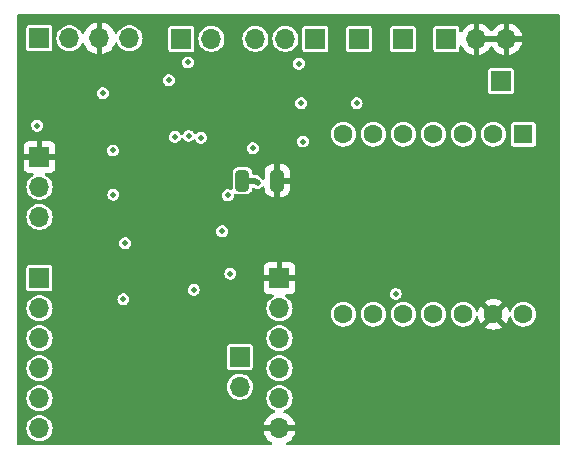
<source format=gbr>
%TF.GenerationSoftware,KiCad,Pcbnew,7.0.9*%
%TF.CreationDate,2024-04-10T12:07:57+02:00*%
%TF.ProjectId,Test_1,54657374-5f31-42e6-9b69-6361645f7063,rev?*%
%TF.SameCoordinates,Original*%
%TF.FileFunction,Copper,L4,Bot*%
%TF.FilePolarity,Positive*%
%FSLAX46Y46*%
G04 Gerber Fmt 4.6, Leading zero omitted, Abs format (unit mm)*
G04 Created by KiCad (PCBNEW 7.0.9) date 2024-04-10 12:07:57*
%MOMM*%
%LPD*%
G01*
G04 APERTURE LIST*
G04 Aperture macros list*
%AMRoundRect*
0 Rectangle with rounded corners*
0 $1 Rounding radius*
0 $2 $3 $4 $5 $6 $7 $8 $9 X,Y pos of 4 corners*
0 Add a 4 corners polygon primitive as box body*
4,1,4,$2,$3,$4,$5,$6,$7,$8,$9,$2,$3,0*
0 Add four circle primitives for the rounded corners*
1,1,$1+$1,$2,$3*
1,1,$1+$1,$4,$5*
1,1,$1+$1,$6,$7*
1,1,$1+$1,$8,$9*
0 Add four rect primitives between the rounded corners*
20,1,$1+$1,$2,$3,$4,$5,0*
20,1,$1+$1,$4,$5,$6,$7,0*
20,1,$1+$1,$6,$7,$8,$9,0*
20,1,$1+$1,$8,$9,$2,$3,0*%
G04 Aperture macros list end*
%TA.AperFunction,ComponentPad*%
%ADD10R,1.700000X1.700000*%
%TD*%
%TA.AperFunction,ComponentPad*%
%ADD11O,1.700000X1.700000*%
%TD*%
%TA.AperFunction,ComponentPad*%
%ADD12R,1.600000X1.600000*%
%TD*%
%TA.AperFunction,ComponentPad*%
%ADD13C,1.600000*%
%TD*%
%TA.AperFunction,SMDPad,CuDef*%
%ADD14RoundRect,0.250000X-0.325000X-0.650000X0.325000X-0.650000X0.325000X0.650000X-0.325000X0.650000X0*%
%TD*%
%TA.AperFunction,ViaPad*%
%ADD15C,0.500000*%
%TD*%
%TA.AperFunction,Conductor*%
%ADD16C,0.500000*%
%TD*%
G04 APERTURE END LIST*
D10*
%TO.P,JP1,1,A*%
%TO.N,Net-(J6-Pin_1)*%
X113200000Y-121200000D03*
D11*
%TO.P,JP1,2,C*%
%TO.N,GND*%
X115740000Y-121200000D03*
%TO.P,JP1,3,B*%
X118280000Y-121200000D03*
%TD*%
D10*
%TO.P,JP2,1,A*%
%TO.N,Net-(J5-Pin_1)*%
X102100000Y-121200000D03*
D11*
%TO.P,JP2,2,C*%
%TO.N,Net-(D1-A1)*%
X99560000Y-121200000D03*
%TO.P,JP2,3,B*%
%TO.N,Net-(J1-Pin_4)*%
X97020000Y-121200000D03*
%TD*%
D10*
%TO.P,J6,1,Pin_1*%
%TO.N,Net-(J6-Pin_1)*%
X109500000Y-121200000D03*
%TD*%
%TO.P,JP3,1,A*%
%TO.N,GND*%
X78740000Y-131200000D03*
D11*
%TO.P,JP3,2,C*%
%TO.N,Net-(JP3-C)*%
X78740000Y-133740000D03*
%TO.P,JP3,3,B*%
%TO.N,/3.3V*%
X78740000Y-136280000D03*
%TD*%
D10*
%TO.P,J5,1,Pin_1*%
%TO.N,Net-(J5-Pin_1)*%
X105800000Y-121200000D03*
%TD*%
%TO.P,J2,1,Pin_1*%
%TO.N,Net-(J2-Pin_1)*%
X95700000Y-148125000D03*
D11*
%TO.P,J2,2,Pin_2*%
%TO.N,/OUT+*%
X95700000Y-150665000D03*
%TD*%
D10*
%TO.P,J3,1,Pin_1*%
%TO.N,Net-(J3-Pin_1)*%
X90760000Y-121200000D03*
D11*
%TO.P,J3,2,Pin_2*%
%TO.N,/3.3V*%
X93300000Y-121200000D03*
%TD*%
D12*
%TO.P,U2,1,PA02_A0_D0*%
%TO.N,Net-(Q4-E)*%
X119720000Y-129280000D03*
D13*
%TO.P,U2,2,PA4_A1_D1*%
%TO.N,Net-(U2-PA4_A1_D1)*%
X117180000Y-129280000D03*
%TO.P,U2,3,PA10_A2_D2*%
%TO.N,unconnected-(U2-PA10_A2_D2-Pad3)*%
X114640000Y-129280000D03*
%TO.P,U2,4,PA11_A3_D3*%
%TO.N,unconnected-(U2-PA11_A3_D3-Pad4)*%
X112100000Y-129280000D03*
%TO.P,U2,5,PA8_A4_D4_SDA*%
%TO.N,unconnected-(U2-PA8_A4_D4_SDA-Pad5)*%
X109560000Y-129280000D03*
%TO.P,U2,6,PA9_A5_D5_SCL*%
%TO.N,unconnected-(U2-PA9_A5_D5_SCL-Pad6)*%
X107020000Y-129280000D03*
%TO.P,U2,7,PB08_A6_D6_TX*%
%TO.N,unconnected-(U2-PB08_A6_D6_TX-Pad7)*%
X104480000Y-129280000D03*
%TO.P,U2,8,PB09_A7_D7_RX*%
%TO.N,Net-(U1-NCS)*%
X104480000Y-144520000D03*
%TO.P,U2,9,PA7_A8_D8_SCK*%
%TO.N,Net-(U1-SCK)*%
X107020000Y-144520000D03*
%TO.P,U2,10,PA5_A9_D9_MISO*%
%TO.N,Net-(U1-SDO)*%
X109560000Y-144520000D03*
%TO.P,U2,11,PA6_A10_D10_MOSI*%
%TO.N,Net-(U1-SDI)*%
X112100000Y-144520000D03*
%TO.P,U2,12,3V3*%
%TO.N,unconnected-(U2-3V3-Pad12)*%
X114640000Y-144520000D03*
%TO.P,U2,13,GND*%
%TO.N,GND*%
X117180000Y-144520000D03*
%TO.P,U2,14,5V*%
%TO.N,/3.3V*%
X119720000Y-144520000D03*
%TD*%
D14*
%TO.P,C6,1*%
%TO.N,Net-(U1-INT)*%
X95925000Y-133200000D03*
%TO.P,C6,2*%
%TO.N,GND*%
X98875000Y-133200000D03*
%TD*%
D10*
%TO.P,J1,1,Pin_1*%
%TO.N,unconnected-(J1-Pin_1-Pad1)*%
X78740000Y-121158000D03*
D11*
%TO.P,J1,2,Pin_2*%
%TO.N,unconnected-(J1-Pin_2-Pad2)*%
X81280000Y-121158000D03*
%TO.P,J1,3,Pin_3*%
%TO.N,GND*%
X83820000Y-121158000D03*
%TO.P,J1,4,Pin_4*%
%TO.N,Net-(J1-Pin_4)*%
X86360000Y-121158000D03*
%TD*%
D10*
%TO.P,J106,1,Pin_1*%
%TO.N,GND*%
X99060000Y-141478000D03*
D11*
%TO.P,J106,2,Pin_2*%
%TO.N,unconnected-(J106-Pin_2-Pad2)*%
X99060000Y-144018000D03*
%TO.P,J106,3,Pin_3*%
%TO.N,unconnected-(J106-Pin_3-Pad3)*%
X99060000Y-146558000D03*
%TO.P,J106,4,Pin_4*%
%TO.N,unconnected-(J106-Pin_4-Pad4)*%
X99060000Y-149098000D03*
%TO.P,J106,5,Pin_5*%
%TO.N,unconnected-(J106-Pin_5-Pad5)*%
X99060000Y-151638000D03*
%TO.P,J106,6,Pin_6*%
%TO.N,GND*%
X99060000Y-154178000D03*
%TD*%
D10*
%TO.P,J4,1,Pin_1*%
%TO.N,/3.3V*%
X117790000Y-124790000D03*
%TD*%
%TO.P,J105,1,Pin_1*%
%TO.N,Net-(J105-Pin_1)*%
X78740000Y-141478000D03*
D11*
%TO.P,J105,2,Pin_2*%
%TO.N,unconnected-(J105-Pin_2-Pad2)*%
X78740000Y-144018000D03*
%TO.P,J105,3,Pin_3*%
%TO.N,unconnected-(J105-Pin_3-Pad3)*%
X78740000Y-146558000D03*
%TO.P,J105,4,Pin_4*%
%TO.N,unconnected-(J105-Pin_4-Pad4)*%
X78740000Y-149098000D03*
%TO.P,J105,5,Pin_5*%
%TO.N,unconnected-(J105-Pin_5-Pad5)*%
X78740000Y-151638000D03*
%TO.P,J105,6,Pin_6*%
%TO.N,Net-(J105-Pin_6)*%
X78740000Y-154178000D03*
%TD*%
D15*
%TO.N,Net-(U1-SDO)*%
X108900000Y-142800000D03*
X85850000Y-143250000D03*
%TO.N,GND*%
X88550000Y-135700000D03*
X91300000Y-131575000D03*
X87450000Y-131575000D03*
X91850000Y-131575000D03*
X89100000Y-136325000D03*
X90750000Y-135150000D03*
X89650000Y-136325000D03*
X88000000Y-132675000D03*
X91850000Y-136325000D03*
X87450000Y-135700000D03*
X90200000Y-132100000D03*
X89650000Y-135150000D03*
X87450000Y-133200000D03*
X91300000Y-132675000D03*
X88000000Y-135700000D03*
X87450000Y-133725000D03*
X91300000Y-133725000D03*
X88000000Y-136325000D03*
X88000000Y-132100000D03*
X91300000Y-132100000D03*
X91300000Y-133200000D03*
X87450000Y-132100000D03*
X78550000Y-125850000D03*
X87450000Y-132675000D03*
X81200000Y-129300000D03*
X87450000Y-135150000D03*
X89100000Y-132675000D03*
X89100000Y-132100000D03*
X90750000Y-136325000D03*
X91850000Y-132100000D03*
X90750000Y-132675000D03*
X91300000Y-135700000D03*
X91300000Y-136325000D03*
X87450000Y-136325000D03*
X91850000Y-132675000D03*
X98700000Y-139000000D03*
X88000000Y-133725000D03*
X91850000Y-133725000D03*
X88550000Y-135150000D03*
X90750000Y-132100000D03*
X83150000Y-148900000D03*
X89650000Y-133200000D03*
X91300000Y-135150000D03*
X91850000Y-135700000D03*
X90750000Y-133200000D03*
X88550000Y-131575000D03*
X90200000Y-132675000D03*
X88550000Y-136325000D03*
X91850000Y-133200000D03*
X90200000Y-133200000D03*
X88550000Y-132675000D03*
X90750000Y-135700000D03*
X89100000Y-133725000D03*
X89100000Y-131575000D03*
X88000000Y-131575000D03*
X89650000Y-132100000D03*
X90750000Y-131575000D03*
X82900000Y-138500000D03*
X95900000Y-124200000D03*
X89100000Y-135700000D03*
X88000000Y-135150000D03*
X88550000Y-133725000D03*
X90200000Y-133725000D03*
X90200000Y-135700000D03*
X91850000Y-135150000D03*
X89650000Y-132675000D03*
X89650000Y-135700000D03*
X90200000Y-135150000D03*
X90200000Y-131575000D03*
X89650000Y-133725000D03*
X90750000Y-133725000D03*
X88000000Y-133200000D03*
X89650000Y-131575000D03*
X89100000Y-133200000D03*
X90200000Y-136325000D03*
X88550000Y-133200000D03*
X88550000Y-132100000D03*
X89100000Y-135150000D03*
%TO.N,Net-(Q3-G)*%
X101050000Y-129900000D03*
X86000000Y-138500000D03*
%TO.N,Net-(Q4-B)*%
X100900000Y-126650000D03*
X105600000Y-126650000D03*
%TO.N,Net-(U1-INT)*%
X97200000Y-133400000D03*
%TO.N,Net-(U1-SW0)*%
X90200000Y-129500000D03*
X89700000Y-124700000D03*
%TO.N,Net-(JP3-C)*%
X84950000Y-130650000D03*
X92400000Y-129575000D03*
%TO.N,Net-(J2-Pin_1)*%
X91800000Y-142450000D03*
X96800000Y-130450000D03*
%TO.N,Net-(D1-A1)*%
X85000000Y-134400000D03*
X94700000Y-134450000D03*
X100700000Y-123300000D03*
%TO.N,/OUT+*%
X94903680Y-141078680D03*
X78550000Y-128550000D03*
X84100000Y-125800000D03*
X94200000Y-137500000D03*
%TO.N,Net-(J3-Pin_1)*%
X91369975Y-129425000D03*
X91300000Y-123200000D03*
%TD*%
D16*
%TO.N,Net-(U1-INT)*%
X97000000Y-133200000D02*
X97200000Y-133400000D01*
X95925000Y-133200000D02*
X97000000Y-133200000D01*
%TD*%
%TA.AperFunction,Conductor*%
%TO.N,GND*%
G36*
X117820507Y-120990156D02*
G01*
X117780000Y-121128111D01*
X117780000Y-121271889D01*
X117820507Y-121409844D01*
X117846314Y-121450000D01*
X116173686Y-121450000D01*
X116199493Y-121409844D01*
X116240000Y-121271889D01*
X116240000Y-121128111D01*
X116199493Y-120990156D01*
X116173686Y-120950000D01*
X117846314Y-120950000D01*
X117820507Y-120990156D01*
G37*
%TD.AperFunction*%
%TA.AperFunction,Conductor*%
G36*
X122732539Y-119119685D02*
G01*
X122778294Y-119172489D01*
X122789500Y-119224000D01*
X122789500Y-155475500D01*
X122769815Y-155542539D01*
X122717011Y-155588294D01*
X122665500Y-155599500D01*
X99765283Y-155599500D01*
X99698244Y-155579815D01*
X99652489Y-155527011D01*
X99642545Y-155457853D01*
X99671570Y-155394297D01*
X99712878Y-155363118D01*
X99737578Y-155351600D01*
X99931082Y-155216105D01*
X100098105Y-155049082D01*
X100233600Y-154855578D01*
X100333429Y-154641492D01*
X100333432Y-154641486D01*
X100390636Y-154428000D01*
X99493686Y-154428000D01*
X99519493Y-154387844D01*
X99560000Y-154249889D01*
X99560000Y-154106111D01*
X99519493Y-153968156D01*
X99493686Y-153928000D01*
X100390636Y-153928000D01*
X100390635Y-153927999D01*
X100333432Y-153714513D01*
X100333429Y-153714507D01*
X100233600Y-153500422D01*
X100233599Y-153500420D01*
X100098113Y-153306926D01*
X100098108Y-153306920D01*
X99931082Y-153139894D01*
X99737578Y-153004399D01*
X99523492Y-152904570D01*
X99523477Y-152904564D01*
X99484414Y-152894097D01*
X99424754Y-152857732D01*
X99394226Y-152794885D01*
X99402521Y-152725509D01*
X99447007Y-152671632D01*
X99471710Y-152658698D01*
X99552637Y-152627348D01*
X99726041Y-152519981D01*
X99876764Y-152382579D01*
X99999673Y-152219821D01*
X100090582Y-152037250D01*
X100146397Y-151841083D01*
X100165215Y-151638000D01*
X100146397Y-151434917D01*
X100090582Y-151238750D01*
X99999673Y-151056179D01*
X99876764Y-150893421D01*
X99876762Y-150893418D01*
X99726041Y-150756019D01*
X99726039Y-150756017D01*
X99552642Y-150648655D01*
X99552635Y-150648651D01*
X99457546Y-150611814D01*
X99362456Y-150574976D01*
X99161976Y-150537500D01*
X98958024Y-150537500D01*
X98757544Y-150574976D01*
X98757541Y-150574976D01*
X98757541Y-150574977D01*
X98567364Y-150648651D01*
X98567357Y-150648655D01*
X98393960Y-150756017D01*
X98393958Y-150756019D01*
X98243237Y-150893418D01*
X98120327Y-151056178D01*
X98029422Y-151238739D01*
X98029417Y-151238752D01*
X97973602Y-151434917D01*
X97954785Y-151637999D01*
X97954785Y-151638000D01*
X97973602Y-151841082D01*
X98029417Y-152037247D01*
X98029422Y-152037260D01*
X98120327Y-152219821D01*
X98243237Y-152382581D01*
X98393958Y-152519980D01*
X98393960Y-152519982D01*
X98493141Y-152581392D01*
X98567363Y-152627348D01*
X98648283Y-152658696D01*
X98703685Y-152701269D01*
X98727276Y-152767035D01*
X98711565Y-152835116D01*
X98661542Y-152883895D01*
X98635586Y-152894097D01*
X98596519Y-152904565D01*
X98596507Y-152904570D01*
X98382422Y-153004399D01*
X98382420Y-153004400D01*
X98188926Y-153139886D01*
X98188920Y-153139891D01*
X98021891Y-153306920D01*
X98021886Y-153306926D01*
X97886400Y-153500420D01*
X97886399Y-153500422D01*
X97786570Y-153714507D01*
X97786567Y-153714513D01*
X97729364Y-153927999D01*
X97729364Y-153928000D01*
X98626314Y-153928000D01*
X98600507Y-153968156D01*
X98560000Y-154106111D01*
X98560000Y-154249889D01*
X98600507Y-154387844D01*
X98626314Y-154428000D01*
X97729364Y-154428000D01*
X97786567Y-154641486D01*
X97786570Y-154641492D01*
X97886399Y-154855578D01*
X98021894Y-155049082D01*
X98188917Y-155216105D01*
X98382421Y-155351600D01*
X98407122Y-155363118D01*
X98459561Y-155409290D01*
X98478713Y-155476484D01*
X98458497Y-155543365D01*
X98405332Y-155588700D01*
X98354717Y-155599500D01*
X76934500Y-155599500D01*
X76867461Y-155579815D01*
X76821706Y-155527011D01*
X76810500Y-155475500D01*
X76810500Y-154178000D01*
X77634785Y-154178000D01*
X77653602Y-154381082D01*
X77709417Y-154577247D01*
X77709422Y-154577260D01*
X77800327Y-154759821D01*
X77923237Y-154922581D01*
X78073958Y-155059980D01*
X78073960Y-155059982D01*
X78173141Y-155121392D01*
X78247363Y-155167348D01*
X78437544Y-155241024D01*
X78638024Y-155278500D01*
X78638026Y-155278500D01*
X78841974Y-155278500D01*
X78841976Y-155278500D01*
X79042456Y-155241024D01*
X79232637Y-155167348D01*
X79406041Y-155059981D01*
X79556764Y-154922579D01*
X79679673Y-154759821D01*
X79770582Y-154577250D01*
X79826397Y-154381083D01*
X79845215Y-154178000D01*
X79826397Y-153974917D01*
X79770582Y-153778750D01*
X79679673Y-153596179D01*
X79556764Y-153433421D01*
X79556762Y-153433418D01*
X79406041Y-153296019D01*
X79406039Y-153296017D01*
X79232642Y-153188655D01*
X79232635Y-153188651D01*
X79106769Y-153139891D01*
X79042456Y-153114976D01*
X78841976Y-153077500D01*
X78638024Y-153077500D01*
X78437544Y-153114976D01*
X78437541Y-153114976D01*
X78437541Y-153114977D01*
X78247364Y-153188651D01*
X78247357Y-153188655D01*
X78073960Y-153296017D01*
X78073958Y-153296019D01*
X77923237Y-153433418D01*
X77800327Y-153596178D01*
X77709422Y-153778739D01*
X77709417Y-153778752D01*
X77653602Y-153974917D01*
X77634785Y-154177999D01*
X77634785Y-154178000D01*
X76810500Y-154178000D01*
X76810500Y-151638000D01*
X77634785Y-151638000D01*
X77653602Y-151841082D01*
X77709417Y-152037247D01*
X77709422Y-152037260D01*
X77800327Y-152219821D01*
X77923237Y-152382581D01*
X78073958Y-152519980D01*
X78073960Y-152519982D01*
X78173141Y-152581392D01*
X78247363Y-152627348D01*
X78437544Y-152701024D01*
X78638024Y-152738500D01*
X78638026Y-152738500D01*
X78841974Y-152738500D01*
X78841976Y-152738500D01*
X79042456Y-152701024D01*
X79232637Y-152627348D01*
X79406041Y-152519981D01*
X79556764Y-152382579D01*
X79679673Y-152219821D01*
X79770582Y-152037250D01*
X79826397Y-151841083D01*
X79845215Y-151638000D01*
X79826397Y-151434917D01*
X79770582Y-151238750D01*
X79679673Y-151056179D01*
X79556764Y-150893421D01*
X79556762Y-150893418D01*
X79406041Y-150756019D01*
X79406039Y-150756017D01*
X79259040Y-150665000D01*
X94594785Y-150665000D01*
X94613602Y-150868082D01*
X94669417Y-151064247D01*
X94669422Y-151064260D01*
X94760327Y-151246821D01*
X94883237Y-151409581D01*
X95033958Y-151546980D01*
X95033960Y-151546982D01*
X95133141Y-151608392D01*
X95207363Y-151654348D01*
X95397544Y-151728024D01*
X95598024Y-151765500D01*
X95598026Y-151765500D01*
X95801974Y-151765500D01*
X95801976Y-151765500D01*
X96002456Y-151728024D01*
X96192637Y-151654348D01*
X96366041Y-151546981D01*
X96516764Y-151409579D01*
X96639673Y-151246821D01*
X96730582Y-151064250D01*
X96786397Y-150868083D01*
X96805215Y-150665000D01*
X96803700Y-150648655D01*
X96786397Y-150461917D01*
X96730582Y-150265750D01*
X96639673Y-150083179D01*
X96516764Y-149920421D01*
X96516762Y-149920418D01*
X96366041Y-149783019D01*
X96366039Y-149783017D01*
X96192642Y-149675655D01*
X96192635Y-149675651D01*
X96097546Y-149638814D01*
X96002456Y-149601976D01*
X95801976Y-149564500D01*
X95598024Y-149564500D01*
X95397544Y-149601976D01*
X95397541Y-149601976D01*
X95397541Y-149601977D01*
X95207364Y-149675651D01*
X95207357Y-149675655D01*
X95033960Y-149783017D01*
X95033958Y-149783019D01*
X94883237Y-149920418D01*
X94760327Y-150083178D01*
X94669422Y-150265739D01*
X94669417Y-150265752D01*
X94613602Y-150461917D01*
X94594785Y-150664999D01*
X94594785Y-150665000D01*
X79259040Y-150665000D01*
X79232642Y-150648655D01*
X79232635Y-150648651D01*
X79137546Y-150611814D01*
X79042456Y-150574976D01*
X78841976Y-150537500D01*
X78638024Y-150537500D01*
X78437544Y-150574976D01*
X78437541Y-150574976D01*
X78437541Y-150574977D01*
X78247364Y-150648651D01*
X78247357Y-150648655D01*
X78073960Y-150756017D01*
X78073958Y-150756019D01*
X77923237Y-150893418D01*
X77800327Y-151056178D01*
X77709422Y-151238739D01*
X77709417Y-151238752D01*
X77653602Y-151434917D01*
X77634785Y-151637999D01*
X77634785Y-151638000D01*
X76810500Y-151638000D01*
X76810500Y-149098000D01*
X77634785Y-149098000D01*
X77653602Y-149301082D01*
X77709417Y-149497247D01*
X77709422Y-149497260D01*
X77800327Y-149679821D01*
X77923237Y-149842581D01*
X78073958Y-149979980D01*
X78073960Y-149979982D01*
X78173141Y-150041392D01*
X78247363Y-150087348D01*
X78437544Y-150161024D01*
X78638024Y-150198500D01*
X78638026Y-150198500D01*
X78841974Y-150198500D01*
X78841976Y-150198500D01*
X79042456Y-150161024D01*
X79232637Y-150087348D01*
X79406041Y-149979981D01*
X79556764Y-149842579D01*
X79679673Y-149679821D01*
X79770582Y-149497250D01*
X79826397Y-149301083D01*
X79845215Y-149098000D01*
X79836104Y-148999678D01*
X94599500Y-148999678D01*
X94614032Y-149072735D01*
X94614033Y-149072739D01*
X94614034Y-149072740D01*
X94669399Y-149155601D01*
X94752260Y-149210966D01*
X94752264Y-149210967D01*
X94825321Y-149225499D01*
X94825324Y-149225500D01*
X94825326Y-149225500D01*
X96574676Y-149225500D01*
X96574677Y-149225499D01*
X96647740Y-149210966D01*
X96730601Y-149155601D01*
X96769088Y-149098000D01*
X97954785Y-149098000D01*
X97973602Y-149301082D01*
X98029417Y-149497247D01*
X98029422Y-149497260D01*
X98120327Y-149679821D01*
X98243237Y-149842581D01*
X98393958Y-149979980D01*
X98393960Y-149979982D01*
X98493141Y-150041392D01*
X98567363Y-150087348D01*
X98757544Y-150161024D01*
X98958024Y-150198500D01*
X98958026Y-150198500D01*
X99161974Y-150198500D01*
X99161976Y-150198500D01*
X99362456Y-150161024D01*
X99552637Y-150087348D01*
X99726041Y-149979981D01*
X99876764Y-149842579D01*
X99999673Y-149679821D01*
X100090582Y-149497250D01*
X100146397Y-149301083D01*
X100165215Y-149098000D01*
X100146397Y-148894917D01*
X100090582Y-148698750D01*
X99999673Y-148516179D01*
X99876764Y-148353421D01*
X99876762Y-148353418D01*
X99726041Y-148216019D01*
X99726039Y-148216017D01*
X99552642Y-148108655D01*
X99552635Y-148108651D01*
X99457546Y-148071814D01*
X99362456Y-148034976D01*
X99161976Y-147997500D01*
X98958024Y-147997500D01*
X98757544Y-148034976D01*
X98757541Y-148034976D01*
X98757541Y-148034977D01*
X98567364Y-148108651D01*
X98567357Y-148108655D01*
X98393960Y-148216017D01*
X98393958Y-148216019D01*
X98243237Y-148353418D01*
X98120327Y-148516178D01*
X98029422Y-148698739D01*
X98029417Y-148698752D01*
X97973602Y-148894917D01*
X97954785Y-149097999D01*
X97954785Y-149098000D01*
X96769088Y-149098000D01*
X96785966Y-149072740D01*
X96800500Y-148999674D01*
X96800500Y-147250326D01*
X96800500Y-147250323D01*
X96800499Y-147250321D01*
X96785967Y-147177264D01*
X96785966Y-147177260D01*
X96760950Y-147139821D01*
X96730601Y-147094399D01*
X96647740Y-147039034D01*
X96647739Y-147039033D01*
X96647735Y-147039032D01*
X96574677Y-147024500D01*
X96574674Y-147024500D01*
X94825326Y-147024500D01*
X94825323Y-147024500D01*
X94752264Y-147039032D01*
X94752260Y-147039033D01*
X94669399Y-147094399D01*
X94614033Y-147177260D01*
X94614032Y-147177264D01*
X94599500Y-147250321D01*
X94599500Y-148999678D01*
X79836104Y-148999678D01*
X79826397Y-148894917D01*
X79770582Y-148698750D01*
X79679673Y-148516179D01*
X79556764Y-148353421D01*
X79556762Y-148353418D01*
X79406041Y-148216019D01*
X79406039Y-148216017D01*
X79232642Y-148108655D01*
X79232635Y-148108651D01*
X79137546Y-148071814D01*
X79042456Y-148034976D01*
X78841976Y-147997500D01*
X78638024Y-147997500D01*
X78437544Y-148034976D01*
X78437541Y-148034976D01*
X78437541Y-148034977D01*
X78247364Y-148108651D01*
X78247357Y-148108655D01*
X78073960Y-148216017D01*
X78073958Y-148216019D01*
X77923237Y-148353418D01*
X77800327Y-148516178D01*
X77709422Y-148698739D01*
X77709417Y-148698752D01*
X77653602Y-148894917D01*
X77634785Y-149097999D01*
X77634785Y-149098000D01*
X76810500Y-149098000D01*
X76810500Y-146558000D01*
X77634785Y-146558000D01*
X77653602Y-146761082D01*
X77709417Y-146957247D01*
X77709422Y-146957260D01*
X77800327Y-147139821D01*
X77923237Y-147302581D01*
X78073958Y-147439980D01*
X78073960Y-147439982D01*
X78173141Y-147501392D01*
X78247363Y-147547348D01*
X78437544Y-147621024D01*
X78638024Y-147658500D01*
X78638026Y-147658500D01*
X78841974Y-147658500D01*
X78841976Y-147658500D01*
X79042456Y-147621024D01*
X79232637Y-147547348D01*
X79406041Y-147439981D01*
X79556764Y-147302579D01*
X79679673Y-147139821D01*
X79770582Y-146957250D01*
X79826397Y-146761083D01*
X79845215Y-146558000D01*
X97954785Y-146558000D01*
X97973602Y-146761082D01*
X98029417Y-146957247D01*
X98029422Y-146957260D01*
X98120327Y-147139821D01*
X98243237Y-147302581D01*
X98393958Y-147439980D01*
X98393960Y-147439982D01*
X98493141Y-147501392D01*
X98567363Y-147547348D01*
X98757544Y-147621024D01*
X98958024Y-147658500D01*
X98958026Y-147658500D01*
X99161974Y-147658500D01*
X99161976Y-147658500D01*
X99362456Y-147621024D01*
X99552637Y-147547348D01*
X99726041Y-147439981D01*
X99876764Y-147302579D01*
X99999673Y-147139821D01*
X100090582Y-146957250D01*
X100146397Y-146761083D01*
X100165215Y-146558000D01*
X100146397Y-146354917D01*
X100090582Y-146158750D01*
X99999673Y-145976179D01*
X99940704Y-145898091D01*
X99876762Y-145813418D01*
X99726041Y-145676019D01*
X99726039Y-145676017D01*
X99552642Y-145568655D01*
X99552635Y-145568651D01*
X99457546Y-145531814D01*
X99362456Y-145494976D01*
X99161976Y-145457500D01*
X98958024Y-145457500D01*
X98757544Y-145494976D01*
X98757541Y-145494976D01*
X98757541Y-145494977D01*
X98567364Y-145568651D01*
X98567357Y-145568655D01*
X98393960Y-145676017D01*
X98393958Y-145676019D01*
X98243237Y-145813418D01*
X98120327Y-145976178D01*
X98029422Y-146158739D01*
X98029417Y-146158752D01*
X97973602Y-146354917D01*
X97954785Y-146557999D01*
X97954785Y-146558000D01*
X79845215Y-146558000D01*
X79826397Y-146354917D01*
X79770582Y-146158750D01*
X79679673Y-145976179D01*
X79620704Y-145898091D01*
X79556762Y-145813418D01*
X79406041Y-145676019D01*
X79406039Y-145676017D01*
X79232642Y-145568655D01*
X79232635Y-145568651D01*
X79137546Y-145531814D01*
X79042456Y-145494976D01*
X78841976Y-145457500D01*
X78638024Y-145457500D01*
X78437544Y-145494976D01*
X78437541Y-145494976D01*
X78437541Y-145494977D01*
X78247364Y-145568651D01*
X78247357Y-145568655D01*
X78073960Y-145676017D01*
X78073958Y-145676019D01*
X77923237Y-145813418D01*
X77800327Y-145976178D01*
X77709422Y-146158739D01*
X77709417Y-146158752D01*
X77653602Y-146354917D01*
X77634785Y-146557999D01*
X77634785Y-146558000D01*
X76810500Y-146558000D01*
X76810500Y-144018000D01*
X77634785Y-144018000D01*
X77653602Y-144221082D01*
X77709417Y-144417247D01*
X77709422Y-144417260D01*
X77800327Y-144599821D01*
X77923237Y-144762581D01*
X78073958Y-144899980D01*
X78073960Y-144899982D01*
X78112678Y-144923955D01*
X78247363Y-145007348D01*
X78437544Y-145081024D01*
X78638024Y-145118500D01*
X78638026Y-145118500D01*
X78841974Y-145118500D01*
X78841976Y-145118500D01*
X79042456Y-145081024D01*
X79232637Y-145007348D01*
X79406041Y-144899981D01*
X79556764Y-144762579D01*
X79679673Y-144599821D01*
X79770582Y-144417250D01*
X79826397Y-144221083D01*
X79845215Y-144018000D01*
X79837389Y-143933547D01*
X79826397Y-143814917D01*
X79814638Y-143773589D01*
X79770582Y-143618750D01*
X79679673Y-143436179D01*
X79577213Y-143300500D01*
X79556762Y-143273418D01*
X79531073Y-143250000D01*
X85344353Y-143250000D01*
X85364834Y-143392456D01*
X85386992Y-143440974D01*
X85424623Y-143523373D01*
X85518872Y-143632143D01*
X85639947Y-143709953D01*
X85639950Y-143709954D01*
X85639949Y-143709954D01*
X85778036Y-143750499D01*
X85778038Y-143750500D01*
X85778039Y-143750500D01*
X85921962Y-143750500D01*
X85921962Y-143750499D01*
X86060053Y-143709953D01*
X86181128Y-143632143D01*
X86275377Y-143523373D01*
X86335165Y-143392457D01*
X86355647Y-143250000D01*
X86335165Y-143107543D01*
X86275377Y-142976627D01*
X86181128Y-142867857D01*
X86060053Y-142790047D01*
X86060051Y-142790046D01*
X86060049Y-142790045D01*
X86060050Y-142790045D01*
X85921963Y-142749500D01*
X85921961Y-142749500D01*
X85778039Y-142749500D01*
X85778036Y-142749500D01*
X85639949Y-142790045D01*
X85518873Y-142867856D01*
X85424623Y-142976626D01*
X85424622Y-142976628D01*
X85364834Y-143107543D01*
X85344353Y-143250000D01*
X79531073Y-143250000D01*
X79406041Y-143136019D01*
X79406039Y-143136017D01*
X79232642Y-143028655D01*
X79232635Y-143028651D01*
X79137546Y-142991814D01*
X79042456Y-142954976D01*
X78841976Y-142917500D01*
X78638024Y-142917500D01*
X78437544Y-142954976D01*
X78437541Y-142954976D01*
X78437541Y-142954977D01*
X78247364Y-143028651D01*
X78247357Y-143028655D01*
X78073960Y-143136017D01*
X78073958Y-143136019D01*
X77923237Y-143273418D01*
X77800327Y-143436178D01*
X77709422Y-143618739D01*
X77709417Y-143618752D01*
X77653602Y-143814917D01*
X77634785Y-144017999D01*
X77634785Y-144018000D01*
X76810500Y-144018000D01*
X76810500Y-142352678D01*
X77639500Y-142352678D01*
X77654032Y-142425735D01*
X77654033Y-142425739D01*
X77654034Y-142425740D01*
X77709399Y-142508601D01*
X77792260Y-142563966D01*
X77792264Y-142563967D01*
X77865321Y-142578499D01*
X77865324Y-142578500D01*
X77865326Y-142578500D01*
X79614676Y-142578500D01*
X79614677Y-142578499D01*
X79687740Y-142563966D01*
X79770601Y-142508601D01*
X79809756Y-142450000D01*
X91294353Y-142450000D01*
X91314834Y-142592456D01*
X91344559Y-142657543D01*
X91374623Y-142723373D01*
X91468872Y-142832143D01*
X91589947Y-142909953D01*
X91589950Y-142909954D01*
X91589949Y-142909954D01*
X91728036Y-142950499D01*
X91728038Y-142950500D01*
X91728039Y-142950500D01*
X91871962Y-142950500D01*
X91871962Y-142950499D01*
X92010053Y-142909953D01*
X92131128Y-142832143D01*
X92225377Y-142723373D01*
X92285165Y-142592457D01*
X92305647Y-142450000D01*
X92294985Y-142375844D01*
X97710000Y-142375844D01*
X97716401Y-142435372D01*
X97716403Y-142435379D01*
X97766645Y-142570086D01*
X97766649Y-142570093D01*
X97852809Y-142685187D01*
X97852812Y-142685190D01*
X97967906Y-142771350D01*
X97967913Y-142771354D01*
X98102620Y-142821596D01*
X98102627Y-142821598D01*
X98162155Y-142827999D01*
X98162172Y-142828000D01*
X98455612Y-142828000D01*
X98522651Y-142847685D01*
X98568406Y-142900489D01*
X98578350Y-142969647D01*
X98549325Y-143033203D01*
X98520889Y-143057427D01*
X98393960Y-143136017D01*
X98393958Y-143136019D01*
X98243237Y-143273418D01*
X98120327Y-143436178D01*
X98029422Y-143618739D01*
X98029417Y-143618752D01*
X97973602Y-143814917D01*
X97954785Y-144017999D01*
X97954785Y-144018000D01*
X97973602Y-144221082D01*
X98029417Y-144417247D01*
X98029422Y-144417260D01*
X98120327Y-144599821D01*
X98243237Y-144762581D01*
X98393958Y-144899980D01*
X98393960Y-144899982D01*
X98432678Y-144923955D01*
X98567363Y-145007348D01*
X98757544Y-145081024D01*
X98958024Y-145118500D01*
X98958026Y-145118500D01*
X99161974Y-145118500D01*
X99161976Y-145118500D01*
X99362456Y-145081024D01*
X99552637Y-145007348D01*
X99726041Y-144899981D01*
X99876764Y-144762579D01*
X99999673Y-144599821D01*
X100039419Y-144520000D01*
X103424417Y-144520000D01*
X103444699Y-144725932D01*
X103474734Y-144824944D01*
X103504768Y-144923954D01*
X103602315Y-145106450D01*
X103602317Y-145106452D01*
X103733589Y-145266410D01*
X103830209Y-145345702D01*
X103893550Y-145397685D01*
X104076046Y-145495232D01*
X104274066Y-145555300D01*
X104274065Y-145555300D01*
X104292529Y-145557118D01*
X104480000Y-145575583D01*
X104685934Y-145555300D01*
X104883954Y-145495232D01*
X105066450Y-145397685D01*
X105226410Y-145266410D01*
X105357685Y-145106450D01*
X105455232Y-144923954D01*
X105515300Y-144725934D01*
X105535583Y-144520000D01*
X105964417Y-144520000D01*
X105984699Y-144725932D01*
X106014734Y-144824944D01*
X106044768Y-144923954D01*
X106142315Y-145106450D01*
X106142317Y-145106452D01*
X106273589Y-145266410D01*
X106370209Y-145345702D01*
X106433550Y-145397685D01*
X106616046Y-145495232D01*
X106814066Y-145555300D01*
X106814065Y-145555300D01*
X106832529Y-145557118D01*
X107020000Y-145575583D01*
X107225934Y-145555300D01*
X107423954Y-145495232D01*
X107606450Y-145397685D01*
X107766410Y-145266410D01*
X107897685Y-145106450D01*
X107995232Y-144923954D01*
X108055300Y-144725934D01*
X108075583Y-144520000D01*
X108504417Y-144520000D01*
X108524699Y-144725932D01*
X108554734Y-144824944D01*
X108584768Y-144923954D01*
X108682315Y-145106450D01*
X108682317Y-145106452D01*
X108813589Y-145266410D01*
X108910209Y-145345702D01*
X108973550Y-145397685D01*
X109156046Y-145495232D01*
X109354066Y-145555300D01*
X109354065Y-145555300D01*
X109372529Y-145557118D01*
X109560000Y-145575583D01*
X109765934Y-145555300D01*
X109963954Y-145495232D01*
X110146450Y-145397685D01*
X110306410Y-145266410D01*
X110437685Y-145106450D01*
X110535232Y-144923954D01*
X110595300Y-144725934D01*
X110615583Y-144520000D01*
X111044417Y-144520000D01*
X111064699Y-144725932D01*
X111094734Y-144824944D01*
X111124768Y-144923954D01*
X111222315Y-145106450D01*
X111222317Y-145106452D01*
X111353589Y-145266410D01*
X111450209Y-145345702D01*
X111513550Y-145397685D01*
X111696046Y-145495232D01*
X111894066Y-145555300D01*
X111894065Y-145555300D01*
X111912529Y-145557118D01*
X112100000Y-145575583D01*
X112305934Y-145555300D01*
X112503954Y-145495232D01*
X112686450Y-145397685D01*
X112846410Y-145266410D01*
X112977685Y-145106450D01*
X113075232Y-144923954D01*
X113135300Y-144725934D01*
X113155583Y-144520000D01*
X113584417Y-144520000D01*
X113604699Y-144725932D01*
X113634734Y-144824944D01*
X113664768Y-144923954D01*
X113762315Y-145106450D01*
X113762317Y-145106452D01*
X113893589Y-145266410D01*
X113990209Y-145345702D01*
X114053550Y-145397685D01*
X114236046Y-145495232D01*
X114434066Y-145555300D01*
X114434065Y-145555300D01*
X114452529Y-145557118D01*
X114640000Y-145575583D01*
X114845934Y-145555300D01*
X115043954Y-145495232D01*
X115226450Y-145397685D01*
X115386410Y-145266410D01*
X115517685Y-145106450D01*
X115615232Y-144923954D01*
X115662891Y-144766839D01*
X115701187Y-144708403D01*
X115764999Y-144679946D01*
X115834066Y-144690505D01*
X115886460Y-144736729D01*
X115901326Y-144770742D01*
X115953731Y-144966319D01*
X115953734Y-144966326D01*
X116049865Y-145172481D01*
X116049866Y-145172483D01*
X116100973Y-145245471D01*
X116100974Y-145245472D01*
X116696922Y-144649523D01*
X116720507Y-144729844D01*
X116798239Y-144850798D01*
X116906900Y-144944952D01*
X117037685Y-145004680D01*
X117047466Y-145006086D01*
X116454526Y-145599025D01*
X116454526Y-145599026D01*
X116527512Y-145650131D01*
X116527516Y-145650133D01*
X116733673Y-145746265D01*
X116733682Y-145746269D01*
X116953389Y-145805139D01*
X116953400Y-145805141D01*
X117179998Y-145824966D01*
X117180002Y-145824966D01*
X117406599Y-145805141D01*
X117406610Y-145805139D01*
X117626317Y-145746269D01*
X117626331Y-145746264D01*
X117832478Y-145650136D01*
X117905472Y-145599025D01*
X117312534Y-145006086D01*
X117322315Y-145004680D01*
X117453100Y-144944952D01*
X117561761Y-144850798D01*
X117639493Y-144729844D01*
X117663076Y-144649523D01*
X118259025Y-145245472D01*
X118310136Y-145172478D01*
X118406264Y-144966331D01*
X118406269Y-144966317D01*
X118458673Y-144770743D01*
X118495038Y-144711082D01*
X118557885Y-144680553D01*
X118627260Y-144688848D01*
X118681138Y-144733333D01*
X118697108Y-144766840D01*
X118744768Y-144923954D01*
X118842315Y-145106450D01*
X118842317Y-145106452D01*
X118973589Y-145266410D01*
X119070209Y-145345702D01*
X119133550Y-145397685D01*
X119316046Y-145495232D01*
X119514066Y-145555300D01*
X119514065Y-145555300D01*
X119532529Y-145557118D01*
X119720000Y-145575583D01*
X119925934Y-145555300D01*
X120123954Y-145495232D01*
X120306450Y-145397685D01*
X120466410Y-145266410D01*
X120597685Y-145106450D01*
X120695232Y-144923954D01*
X120755300Y-144725934D01*
X120775583Y-144520000D01*
X120755300Y-144314066D01*
X120695232Y-144116046D01*
X120597685Y-143933550D01*
X120500326Y-143814917D01*
X120466410Y-143773589D01*
X120306452Y-143642317D01*
X120306453Y-143642317D01*
X120306450Y-143642315D01*
X120123954Y-143544768D01*
X119925934Y-143484700D01*
X119925932Y-143484699D01*
X119925934Y-143484699D01*
X119720000Y-143464417D01*
X119514067Y-143484699D01*
X119316043Y-143544769D01*
X119205898Y-143603643D01*
X119133550Y-143642315D01*
X119133548Y-143642316D01*
X119133547Y-143642317D01*
X118973589Y-143773589D01*
X118842317Y-143933547D01*
X118744769Y-144116043D01*
X118697109Y-144273158D01*
X118658811Y-144331597D01*
X118594999Y-144360053D01*
X118525932Y-144349493D01*
X118473538Y-144303269D01*
X118458673Y-144269256D01*
X118406269Y-144073682D01*
X118406265Y-144073673D01*
X118310133Y-143867516D01*
X118310131Y-143867512D01*
X118259026Y-143794526D01*
X118259025Y-143794526D01*
X117663076Y-144390475D01*
X117639493Y-144310156D01*
X117561761Y-144189202D01*
X117453100Y-144095048D01*
X117322315Y-144035320D01*
X117312533Y-144033913D01*
X117905472Y-143440974D01*
X117905471Y-143440973D01*
X117832483Y-143389866D01*
X117832481Y-143389865D01*
X117626326Y-143293734D01*
X117626317Y-143293730D01*
X117406610Y-143234860D01*
X117406599Y-143234858D01*
X117180002Y-143215034D01*
X117179998Y-143215034D01*
X116953400Y-143234858D01*
X116953389Y-143234860D01*
X116733682Y-143293730D01*
X116733673Y-143293734D01*
X116527513Y-143389868D01*
X116454527Y-143440972D01*
X116454526Y-143440973D01*
X117047467Y-144033913D01*
X117037685Y-144035320D01*
X116906900Y-144095048D01*
X116798239Y-144189202D01*
X116720507Y-144310156D01*
X116696923Y-144390476D01*
X116100973Y-143794526D01*
X116100972Y-143794527D01*
X116049868Y-143867513D01*
X115953734Y-144073673D01*
X115953731Y-144073680D01*
X115901326Y-144269257D01*
X115864961Y-144328917D01*
X115802113Y-144359446D01*
X115732738Y-144351151D01*
X115678860Y-144306666D01*
X115662892Y-144273162D01*
X115615232Y-144116046D01*
X115517685Y-143933550D01*
X115420326Y-143814917D01*
X115386410Y-143773589D01*
X115226452Y-143642317D01*
X115226453Y-143642317D01*
X115226450Y-143642315D01*
X115043954Y-143544768D01*
X114845934Y-143484700D01*
X114845932Y-143484699D01*
X114845934Y-143484699D01*
X114640000Y-143464417D01*
X114434067Y-143484699D01*
X114236043Y-143544769D01*
X114125898Y-143603643D01*
X114053550Y-143642315D01*
X114053548Y-143642316D01*
X114053547Y-143642317D01*
X113893589Y-143773589D01*
X113762317Y-143933547D01*
X113664769Y-144116043D01*
X113604699Y-144314067D01*
X113584417Y-144520000D01*
X113155583Y-144520000D01*
X113135300Y-144314066D01*
X113075232Y-144116046D01*
X112977685Y-143933550D01*
X112880326Y-143814917D01*
X112846410Y-143773589D01*
X112686452Y-143642317D01*
X112686453Y-143642317D01*
X112686450Y-143642315D01*
X112503954Y-143544768D01*
X112305934Y-143484700D01*
X112305932Y-143484699D01*
X112305934Y-143484699D01*
X112100000Y-143464417D01*
X111894067Y-143484699D01*
X111696043Y-143544769D01*
X111585898Y-143603643D01*
X111513550Y-143642315D01*
X111513548Y-143642316D01*
X111513547Y-143642317D01*
X111353589Y-143773589D01*
X111222317Y-143933547D01*
X111124769Y-144116043D01*
X111064699Y-144314067D01*
X111044417Y-144520000D01*
X110615583Y-144520000D01*
X110595300Y-144314066D01*
X110535232Y-144116046D01*
X110437685Y-143933550D01*
X110340326Y-143814917D01*
X110306410Y-143773589D01*
X110146452Y-143642317D01*
X110146453Y-143642317D01*
X110146450Y-143642315D01*
X109963954Y-143544768D01*
X109765934Y-143484700D01*
X109765932Y-143484699D01*
X109765934Y-143484699D01*
X109560000Y-143464417D01*
X109354067Y-143484699D01*
X109156043Y-143544769D01*
X109045898Y-143603643D01*
X108973550Y-143642315D01*
X108973548Y-143642316D01*
X108973547Y-143642317D01*
X108813589Y-143773589D01*
X108682317Y-143933547D01*
X108584769Y-144116043D01*
X108524699Y-144314067D01*
X108504417Y-144520000D01*
X108075583Y-144520000D01*
X108055300Y-144314066D01*
X107995232Y-144116046D01*
X107897685Y-143933550D01*
X107800326Y-143814917D01*
X107766410Y-143773589D01*
X107606452Y-143642317D01*
X107606453Y-143642317D01*
X107606450Y-143642315D01*
X107423954Y-143544768D01*
X107225934Y-143484700D01*
X107225932Y-143484699D01*
X107225934Y-143484699D01*
X107020000Y-143464417D01*
X106814067Y-143484699D01*
X106616043Y-143544769D01*
X106505898Y-143603643D01*
X106433550Y-143642315D01*
X106433548Y-143642316D01*
X106433547Y-143642317D01*
X106273589Y-143773589D01*
X106142317Y-143933547D01*
X106044769Y-144116043D01*
X105984699Y-144314067D01*
X105964417Y-144520000D01*
X105535583Y-144520000D01*
X105515300Y-144314066D01*
X105455232Y-144116046D01*
X105357685Y-143933550D01*
X105260326Y-143814917D01*
X105226410Y-143773589D01*
X105066452Y-143642317D01*
X105066453Y-143642317D01*
X105066450Y-143642315D01*
X104883954Y-143544768D01*
X104685934Y-143484700D01*
X104685932Y-143484699D01*
X104685934Y-143484699D01*
X104480000Y-143464417D01*
X104274067Y-143484699D01*
X104076043Y-143544769D01*
X103965898Y-143603643D01*
X103893550Y-143642315D01*
X103893548Y-143642316D01*
X103893547Y-143642317D01*
X103733589Y-143773589D01*
X103602317Y-143933547D01*
X103504769Y-144116043D01*
X103444699Y-144314067D01*
X103424417Y-144520000D01*
X100039419Y-144520000D01*
X100090582Y-144417250D01*
X100146397Y-144221083D01*
X100165215Y-144018000D01*
X100157389Y-143933547D01*
X100146397Y-143814917D01*
X100134638Y-143773589D01*
X100090582Y-143618750D01*
X99999673Y-143436179D01*
X99897213Y-143300500D01*
X99876762Y-143273418D01*
X99726041Y-143136019D01*
X99726039Y-143136017D01*
X99599111Y-143057427D01*
X99552475Y-143005399D01*
X99541371Y-142936417D01*
X99569324Y-142872383D01*
X99627459Y-142833627D01*
X99664388Y-142828000D01*
X99957828Y-142828000D01*
X99957844Y-142827999D01*
X100017372Y-142821598D01*
X100017379Y-142821596D01*
X100075281Y-142800000D01*
X108394353Y-142800000D01*
X108414834Y-142942456D01*
X108474622Y-143073371D01*
X108474623Y-143073373D01*
X108568872Y-143182143D01*
X108689947Y-143259953D01*
X108689950Y-143259954D01*
X108689949Y-143259954D01*
X108828036Y-143300499D01*
X108828038Y-143300500D01*
X108828039Y-143300500D01*
X108971962Y-143300500D01*
X108971962Y-143300499D01*
X109110053Y-143259953D01*
X109231128Y-143182143D01*
X109325377Y-143073373D01*
X109385165Y-142942457D01*
X109405647Y-142800000D01*
X109385165Y-142657543D01*
X109325377Y-142526627D01*
X109231128Y-142417857D01*
X109110053Y-142340047D01*
X109110051Y-142340046D01*
X109110049Y-142340045D01*
X109110050Y-142340045D01*
X108971963Y-142299500D01*
X108971961Y-142299500D01*
X108828039Y-142299500D01*
X108828036Y-142299500D01*
X108689949Y-142340045D01*
X108568873Y-142417856D01*
X108474623Y-142526626D01*
X108474622Y-142526628D01*
X108414834Y-142657543D01*
X108394353Y-142800000D01*
X100075281Y-142800000D01*
X100152086Y-142771354D01*
X100152093Y-142771350D01*
X100267187Y-142685190D01*
X100267190Y-142685187D01*
X100353350Y-142570093D01*
X100353354Y-142570086D01*
X100403596Y-142435379D01*
X100403598Y-142435372D01*
X100409999Y-142375844D01*
X100410000Y-142375827D01*
X100410000Y-141728000D01*
X99493686Y-141728000D01*
X99519493Y-141687844D01*
X99560000Y-141549889D01*
X99560000Y-141406111D01*
X99519493Y-141268156D01*
X99493686Y-141228000D01*
X100410000Y-141228000D01*
X100410000Y-140580172D01*
X100409999Y-140580155D01*
X100403598Y-140520627D01*
X100403596Y-140520620D01*
X100353354Y-140385913D01*
X100353350Y-140385906D01*
X100267190Y-140270812D01*
X100267187Y-140270809D01*
X100152093Y-140184649D01*
X100152086Y-140184645D01*
X100017379Y-140134403D01*
X100017372Y-140134401D01*
X99957844Y-140128000D01*
X99310000Y-140128000D01*
X99310000Y-141042498D01*
X99202315Y-140993320D01*
X99095763Y-140978000D01*
X99024237Y-140978000D01*
X98917685Y-140993320D01*
X98810000Y-141042498D01*
X98810000Y-140128000D01*
X98162155Y-140128000D01*
X98102627Y-140134401D01*
X98102620Y-140134403D01*
X97967913Y-140184645D01*
X97967906Y-140184649D01*
X97852812Y-140270809D01*
X97852809Y-140270812D01*
X97766649Y-140385906D01*
X97766645Y-140385913D01*
X97716403Y-140520620D01*
X97716401Y-140520627D01*
X97710000Y-140580155D01*
X97710000Y-141228000D01*
X98626314Y-141228000D01*
X98600507Y-141268156D01*
X98560000Y-141406111D01*
X98560000Y-141549889D01*
X98600507Y-141687844D01*
X98626314Y-141728000D01*
X97710000Y-141728000D01*
X97710000Y-142375844D01*
X92294985Y-142375844D01*
X92285165Y-142307543D01*
X92225377Y-142176627D01*
X92131128Y-142067857D01*
X92010053Y-141990047D01*
X92010051Y-141990046D01*
X92010049Y-141990045D01*
X92010050Y-141990045D01*
X91871963Y-141949500D01*
X91871961Y-141949500D01*
X91728039Y-141949500D01*
X91728036Y-141949500D01*
X91589949Y-141990045D01*
X91468873Y-142067856D01*
X91374623Y-142176626D01*
X91374622Y-142176628D01*
X91314834Y-142307543D01*
X91294353Y-142450000D01*
X79809756Y-142450000D01*
X79825966Y-142425740D01*
X79840500Y-142352674D01*
X79840500Y-141078680D01*
X94398033Y-141078680D01*
X94418514Y-141221136D01*
X94421649Y-141228000D01*
X94478303Y-141352053D01*
X94572552Y-141460823D01*
X94693627Y-141538633D01*
X94693630Y-141538634D01*
X94693629Y-141538634D01*
X94831716Y-141579179D01*
X94831718Y-141579180D01*
X94831719Y-141579180D01*
X94975642Y-141579180D01*
X94975642Y-141579179D01*
X95113733Y-141538633D01*
X95234808Y-141460823D01*
X95329057Y-141352053D01*
X95388845Y-141221137D01*
X95409327Y-141078680D01*
X95388845Y-140936223D01*
X95329057Y-140805307D01*
X95234808Y-140696537D01*
X95113733Y-140618727D01*
X95113731Y-140618726D01*
X95113729Y-140618725D01*
X95113730Y-140618725D01*
X94975643Y-140578180D01*
X94975641Y-140578180D01*
X94831719Y-140578180D01*
X94831716Y-140578180D01*
X94693629Y-140618725D01*
X94572553Y-140696536D01*
X94478303Y-140805306D01*
X94478302Y-140805308D01*
X94418514Y-140936223D01*
X94398033Y-141078680D01*
X79840500Y-141078680D01*
X79840500Y-140603326D01*
X79840500Y-140603323D01*
X79840499Y-140603321D01*
X79825967Y-140530264D01*
X79825966Y-140530260D01*
X79770601Y-140447399D01*
X79687740Y-140392034D01*
X79687739Y-140392033D01*
X79687735Y-140392032D01*
X79614677Y-140377500D01*
X79614674Y-140377500D01*
X77865326Y-140377500D01*
X77865323Y-140377500D01*
X77792264Y-140392032D01*
X77792260Y-140392033D01*
X77709399Y-140447399D01*
X77654033Y-140530260D01*
X77654032Y-140530264D01*
X77639500Y-140603321D01*
X77639500Y-142352678D01*
X76810500Y-142352678D01*
X76810500Y-138500000D01*
X85494353Y-138500000D01*
X85514834Y-138642456D01*
X85574622Y-138773371D01*
X85574623Y-138773373D01*
X85668872Y-138882143D01*
X85789947Y-138959953D01*
X85789950Y-138959954D01*
X85789949Y-138959954D01*
X85928036Y-139000499D01*
X85928038Y-139000500D01*
X85928039Y-139000500D01*
X86071962Y-139000500D01*
X86071962Y-139000499D01*
X86210053Y-138959953D01*
X86331128Y-138882143D01*
X86425377Y-138773373D01*
X86485165Y-138642457D01*
X86505647Y-138500000D01*
X86485165Y-138357543D01*
X86425377Y-138226627D01*
X86331128Y-138117857D01*
X86210053Y-138040047D01*
X86210051Y-138040046D01*
X86210049Y-138040045D01*
X86210050Y-138040045D01*
X86071963Y-137999500D01*
X86071961Y-137999500D01*
X85928039Y-137999500D01*
X85928036Y-137999500D01*
X85789949Y-138040045D01*
X85668873Y-138117856D01*
X85574623Y-138226626D01*
X85574622Y-138226628D01*
X85514834Y-138357543D01*
X85494353Y-138500000D01*
X76810500Y-138500000D01*
X76810500Y-137500000D01*
X93694353Y-137500000D01*
X93714834Y-137642456D01*
X93774622Y-137773371D01*
X93774623Y-137773373D01*
X93868872Y-137882143D01*
X93989947Y-137959953D01*
X93989950Y-137959954D01*
X93989949Y-137959954D01*
X94097107Y-137991417D01*
X94124633Y-137999500D01*
X94128036Y-138000499D01*
X94128038Y-138000500D01*
X94128039Y-138000500D01*
X94271962Y-138000500D01*
X94271962Y-138000499D01*
X94410053Y-137959953D01*
X94531128Y-137882143D01*
X94625377Y-137773373D01*
X94685165Y-137642457D01*
X94705647Y-137500000D01*
X94685165Y-137357543D01*
X94625377Y-137226627D01*
X94531128Y-137117857D01*
X94410053Y-137040047D01*
X94410051Y-137040046D01*
X94410049Y-137040045D01*
X94410050Y-137040045D01*
X94271963Y-136999500D01*
X94271961Y-136999500D01*
X94128039Y-136999500D01*
X94128036Y-136999500D01*
X93989949Y-137040045D01*
X93868873Y-137117856D01*
X93774623Y-137226626D01*
X93774622Y-137226628D01*
X93714834Y-137357543D01*
X93694353Y-137500000D01*
X76810500Y-137500000D01*
X76810500Y-136280000D01*
X77634785Y-136280000D01*
X77653602Y-136483082D01*
X77709417Y-136679247D01*
X77709422Y-136679260D01*
X77800327Y-136861821D01*
X77923237Y-137024581D01*
X78073958Y-137161980D01*
X78073960Y-137161982D01*
X78173141Y-137223392D01*
X78247363Y-137269348D01*
X78437544Y-137343024D01*
X78638024Y-137380500D01*
X78638026Y-137380500D01*
X78841974Y-137380500D01*
X78841976Y-137380500D01*
X79042456Y-137343024D01*
X79232637Y-137269348D01*
X79406041Y-137161981D01*
X79556764Y-137024579D01*
X79679673Y-136861821D01*
X79770582Y-136679250D01*
X79826397Y-136483083D01*
X79845215Y-136280000D01*
X79826397Y-136076917D01*
X79770582Y-135880750D01*
X79679673Y-135698179D01*
X79556764Y-135535421D01*
X79556762Y-135535418D01*
X79406041Y-135398019D01*
X79406039Y-135398017D01*
X79232642Y-135290655D01*
X79232635Y-135290651D01*
X79137546Y-135253814D01*
X79042456Y-135216976D01*
X78841976Y-135179500D01*
X78638024Y-135179500D01*
X78437544Y-135216976D01*
X78437541Y-135216976D01*
X78437541Y-135216977D01*
X78247364Y-135290651D01*
X78247357Y-135290655D01*
X78073960Y-135398017D01*
X78073958Y-135398019D01*
X77923237Y-135535418D01*
X77800327Y-135698178D01*
X77709422Y-135880739D01*
X77709417Y-135880752D01*
X77653602Y-136076917D01*
X77634785Y-136279999D01*
X77634785Y-136280000D01*
X76810500Y-136280000D01*
X76810500Y-132097844D01*
X77390000Y-132097844D01*
X77396401Y-132157372D01*
X77396403Y-132157379D01*
X77446645Y-132292086D01*
X77446649Y-132292093D01*
X77532809Y-132407187D01*
X77532812Y-132407190D01*
X77647906Y-132493350D01*
X77647913Y-132493354D01*
X77782620Y-132543596D01*
X77782627Y-132543598D01*
X77842155Y-132549999D01*
X77842172Y-132550000D01*
X78135612Y-132550000D01*
X78202651Y-132569685D01*
X78248406Y-132622489D01*
X78258350Y-132691647D01*
X78229325Y-132755203D01*
X78200889Y-132779427D01*
X78073960Y-132858017D01*
X78073958Y-132858019D01*
X77923237Y-132995418D01*
X77800327Y-133158178D01*
X77709422Y-133340739D01*
X77709417Y-133340752D01*
X77653602Y-133536917D01*
X77634785Y-133739999D01*
X77634785Y-133740000D01*
X77653602Y-133943082D01*
X77709417Y-134139247D01*
X77709422Y-134139260D01*
X77800327Y-134321821D01*
X77923237Y-134484581D01*
X78073958Y-134621980D01*
X78073960Y-134621982D01*
X78156957Y-134673371D01*
X78247363Y-134729348D01*
X78437544Y-134803024D01*
X78638024Y-134840500D01*
X78638026Y-134840500D01*
X78841974Y-134840500D01*
X78841976Y-134840500D01*
X79042456Y-134803024D01*
X79232637Y-134729348D01*
X79406041Y-134621981D01*
X79556764Y-134484579D01*
X79620635Y-134400000D01*
X84494353Y-134400000D01*
X84514834Y-134542456D01*
X84537669Y-134592456D01*
X84574623Y-134673373D01*
X84668872Y-134782143D01*
X84789947Y-134859953D01*
X84789950Y-134859954D01*
X84789949Y-134859954D01*
X84928036Y-134900499D01*
X84928038Y-134900500D01*
X84928039Y-134900500D01*
X85071962Y-134900500D01*
X85071962Y-134900499D01*
X85210053Y-134859953D01*
X85331128Y-134782143D01*
X85425377Y-134673373D01*
X85485165Y-134542457D01*
X85498458Y-134450000D01*
X94194353Y-134450000D01*
X94214834Y-134592456D01*
X94274622Y-134723371D01*
X94274623Y-134723373D01*
X94368872Y-134832143D01*
X94489947Y-134909953D01*
X94489950Y-134909954D01*
X94489949Y-134909954D01*
X94628036Y-134950499D01*
X94628038Y-134950500D01*
X94628039Y-134950500D01*
X94771962Y-134950500D01*
X94771962Y-134950499D01*
X94910053Y-134909953D01*
X95031128Y-134832143D01*
X95125377Y-134723373D01*
X95185165Y-134592457D01*
X95205647Y-134450000D01*
X95203044Y-134431896D01*
X95212985Y-134362738D01*
X95258739Y-134309933D01*
X95325778Y-134290247D01*
X95369114Y-134298065D01*
X95414482Y-134314986D01*
X95492517Y-134344091D01*
X95552127Y-134350500D01*
X96297872Y-134350499D01*
X96357483Y-134344091D01*
X96492331Y-134293796D01*
X96607546Y-134207546D01*
X96693796Y-134092331D01*
X96744091Y-133957483D01*
X96748035Y-133920795D01*
X96774772Y-133856247D01*
X96832164Y-133816399D01*
X96901989Y-133813905D01*
X96945633Y-133834786D01*
X96957669Y-133843796D01*
X96962183Y-133845479D01*
X96985888Y-133857344D01*
X96989947Y-133859953D01*
X97039737Y-133874571D01*
X97043894Y-133875955D01*
X97092517Y-133894091D01*
X97097320Y-133894434D01*
X97123421Y-133899144D01*
X97124634Y-133899500D01*
X97128039Y-133900500D01*
X97179906Y-133900500D01*
X97184328Y-133900657D01*
X97236073Y-133904359D01*
X97240785Y-133903334D01*
X97267143Y-133900500D01*
X97271961Y-133900500D01*
X97321743Y-133885882D01*
X97326000Y-133884796D01*
X97376706Y-133873766D01*
X97380928Y-133871460D01*
X97405435Y-133861309D01*
X97406792Y-133860910D01*
X97410053Y-133859953D01*
X97453700Y-133831902D01*
X97457487Y-133829655D01*
X97503023Y-133804791D01*
X97506429Y-133801383D01*
X97527070Y-133784750D01*
X97531128Y-133782143D01*
X97565104Y-133742930D01*
X97568084Y-133739728D01*
X97588324Y-133719489D01*
X97649645Y-133686008D01*
X97719337Y-133690994D01*
X97775269Y-133732867D01*
X97799684Y-133798332D01*
X97800000Y-133807174D01*
X97800000Y-133899970D01*
X97800001Y-133899987D01*
X97810494Y-134002697D01*
X97865641Y-134169119D01*
X97865643Y-134169124D01*
X97957684Y-134318345D01*
X98081654Y-134442315D01*
X98230875Y-134534356D01*
X98230880Y-134534358D01*
X98397302Y-134589505D01*
X98397309Y-134589506D01*
X98500019Y-134599999D01*
X98624999Y-134599999D01*
X98625000Y-134599998D01*
X98625000Y-133450000D01*
X99125000Y-133450000D01*
X99125000Y-134599999D01*
X99249972Y-134599999D01*
X99249986Y-134599998D01*
X99352697Y-134589505D01*
X99519119Y-134534358D01*
X99519124Y-134534356D01*
X99668345Y-134442315D01*
X99792315Y-134318345D01*
X99884356Y-134169124D01*
X99884358Y-134169119D01*
X99939505Y-134002697D01*
X99939506Y-134002690D01*
X99949999Y-133899986D01*
X99950000Y-133899973D01*
X99950000Y-133450000D01*
X99125000Y-133450000D01*
X98625000Y-133450000D01*
X98625000Y-131800000D01*
X99125000Y-131800000D01*
X99125000Y-132950000D01*
X99949999Y-132950000D01*
X99949999Y-132500028D01*
X99949998Y-132500013D01*
X99939505Y-132397302D01*
X99884358Y-132230880D01*
X99884356Y-132230875D01*
X99792315Y-132081654D01*
X99668345Y-131957684D01*
X99519124Y-131865643D01*
X99519119Y-131865641D01*
X99352697Y-131810494D01*
X99352690Y-131810493D01*
X99249986Y-131800000D01*
X99125000Y-131800000D01*
X98625000Y-131800000D01*
X98500027Y-131800000D01*
X98500012Y-131800001D01*
X98397302Y-131810494D01*
X98230880Y-131865641D01*
X98230875Y-131865643D01*
X98081654Y-131957684D01*
X97957684Y-132081654D01*
X97865643Y-132230875D01*
X97865641Y-132230880D01*
X97810494Y-132397302D01*
X97810493Y-132397309D01*
X97800000Y-132500013D01*
X97800000Y-132993772D01*
X97780315Y-133060811D01*
X97727511Y-133106566D01*
X97658353Y-133116510D01*
X97594797Y-133087485D01*
X97582575Y-133074370D01*
X97582126Y-133074760D01*
X97579224Y-133071411D01*
X97579221Y-133071407D01*
X97568097Y-133060283D01*
X97565103Y-133057067D01*
X97531128Y-133017857D01*
X97531125Y-133017854D01*
X97527066Y-133015246D01*
X97506428Y-132998614D01*
X97401385Y-132893571D01*
X97384750Y-132872928D01*
X97382145Y-132868874D01*
X97382142Y-132868871D01*
X97369618Y-132858019D01*
X97342932Y-132834896D01*
X97339700Y-132831886D01*
X97328596Y-132820782D01*
X97328588Y-132820775D01*
X97316013Y-132811362D01*
X97312583Y-132808598D01*
X97273373Y-132774623D01*
X97273371Y-132774622D01*
X97273367Y-132774619D01*
X97268983Y-132772617D01*
X97246194Y-132759096D01*
X97242331Y-132756204D01*
X97242329Y-132756203D01*
X97193716Y-132738071D01*
X97189642Y-132736383D01*
X97142457Y-132714835D01*
X97142455Y-132714834D01*
X97137682Y-132714148D01*
X97112000Y-132707593D01*
X97107485Y-132705909D01*
X97055740Y-132702207D01*
X97051343Y-132701734D01*
X97035799Y-132699500D01*
X97020094Y-132699500D01*
X97015671Y-132699342D01*
X96998083Y-132698084D01*
X96963929Y-132695641D01*
X96963925Y-132695641D01*
X96959215Y-132696666D01*
X96932857Y-132699500D01*
X96874499Y-132699500D01*
X96807460Y-132679815D01*
X96761705Y-132627011D01*
X96750499Y-132575500D01*
X96750499Y-132502129D01*
X96750498Y-132502123D01*
X96750497Y-132502116D01*
X96744091Y-132442517D01*
X96693796Y-132307669D01*
X96693795Y-132307668D01*
X96693793Y-132307664D01*
X96607547Y-132192455D01*
X96607544Y-132192452D01*
X96492335Y-132106206D01*
X96492328Y-132106202D01*
X96357486Y-132055910D01*
X96357485Y-132055909D01*
X96357483Y-132055909D01*
X96297873Y-132049500D01*
X96297863Y-132049500D01*
X95552129Y-132049500D01*
X95552123Y-132049501D01*
X95492516Y-132055908D01*
X95357671Y-132106202D01*
X95357664Y-132106206D01*
X95242455Y-132192452D01*
X95242452Y-132192455D01*
X95156206Y-132307664D01*
X95156202Y-132307671D01*
X95105908Y-132442517D01*
X95099501Y-132502116D01*
X95099501Y-132502123D01*
X95099500Y-132502135D01*
X95099500Y-133884708D01*
X95079815Y-133951747D01*
X95027011Y-133997502D01*
X94957853Y-134007446D01*
X94918548Y-133992786D01*
X94918118Y-133993730D01*
X94910050Y-133990045D01*
X94771963Y-133949500D01*
X94771961Y-133949500D01*
X94628039Y-133949500D01*
X94628036Y-133949500D01*
X94489949Y-133990045D01*
X94368873Y-134067856D01*
X94274623Y-134176626D01*
X94274622Y-134176628D01*
X94214834Y-134307543D01*
X94194353Y-134450000D01*
X85498458Y-134450000D01*
X85505647Y-134400000D01*
X85485165Y-134257543D01*
X85425377Y-134126627D01*
X85331128Y-134017857D01*
X85210053Y-133940047D01*
X85210051Y-133940046D01*
X85210049Y-133940045D01*
X85210050Y-133940045D01*
X85071963Y-133899500D01*
X85071961Y-133899500D01*
X84928039Y-133899500D01*
X84928036Y-133899500D01*
X84789949Y-133940045D01*
X84668873Y-134017856D01*
X84574623Y-134126626D01*
X84574622Y-134126628D01*
X84514834Y-134257543D01*
X84494353Y-134400000D01*
X79620635Y-134400000D01*
X79679673Y-134321821D01*
X79770582Y-134139250D01*
X79826397Y-133943083D01*
X79845215Y-133740000D01*
X79826397Y-133536917D01*
X79770582Y-133340750D01*
X79679673Y-133158179D01*
X79556764Y-132995421D01*
X79556762Y-132995418D01*
X79406041Y-132858019D01*
X79406039Y-132858017D01*
X79279111Y-132779427D01*
X79232475Y-132727399D01*
X79221371Y-132658417D01*
X79249324Y-132594383D01*
X79307459Y-132555627D01*
X79344388Y-132550000D01*
X79637828Y-132550000D01*
X79637844Y-132549999D01*
X79697372Y-132543598D01*
X79697379Y-132543596D01*
X79832086Y-132493354D01*
X79832093Y-132493350D01*
X79947187Y-132407190D01*
X79947190Y-132407187D01*
X80033350Y-132292093D01*
X80033354Y-132292086D01*
X80083596Y-132157379D01*
X80083598Y-132157372D01*
X80089999Y-132097844D01*
X80090000Y-132097827D01*
X80090000Y-131450000D01*
X79173686Y-131450000D01*
X79199493Y-131409844D01*
X79240000Y-131271889D01*
X79240000Y-131128111D01*
X79199493Y-130990156D01*
X79173686Y-130950000D01*
X80090000Y-130950000D01*
X80090000Y-130650000D01*
X84444353Y-130650000D01*
X84464834Y-130792456D01*
X84518494Y-130909953D01*
X84524623Y-130923373D01*
X84618872Y-131032143D01*
X84739947Y-131109953D01*
X84739950Y-131109954D01*
X84739949Y-131109954D01*
X84878036Y-131150499D01*
X84878038Y-131150500D01*
X84878039Y-131150500D01*
X85021962Y-131150500D01*
X85021962Y-131150499D01*
X85160053Y-131109953D01*
X85281128Y-131032143D01*
X85375377Y-130923373D01*
X85435165Y-130792457D01*
X85455647Y-130650000D01*
X85435165Y-130507543D01*
X85408886Y-130450000D01*
X96294353Y-130450000D01*
X96314834Y-130592456D01*
X96341114Y-130650000D01*
X96374623Y-130723373D01*
X96468872Y-130832143D01*
X96589947Y-130909953D01*
X96589950Y-130909954D01*
X96589949Y-130909954D01*
X96697107Y-130941417D01*
X96726336Y-130950000D01*
X96728036Y-130950499D01*
X96728038Y-130950500D01*
X96728039Y-130950500D01*
X96871962Y-130950500D01*
X96871962Y-130950499D01*
X97010053Y-130909953D01*
X97131128Y-130832143D01*
X97225377Y-130723373D01*
X97285165Y-130592457D01*
X97305647Y-130450000D01*
X97285165Y-130307543D01*
X97225377Y-130176627D01*
X97131128Y-130067857D01*
X97010053Y-129990047D01*
X97010051Y-129990046D01*
X97010049Y-129990045D01*
X97010050Y-129990045D01*
X96871963Y-129949500D01*
X96871961Y-129949500D01*
X96728039Y-129949500D01*
X96728036Y-129949500D01*
X96589949Y-129990045D01*
X96468873Y-130067856D01*
X96374623Y-130176626D01*
X96374622Y-130176628D01*
X96314834Y-130307543D01*
X96294353Y-130450000D01*
X85408886Y-130450000D01*
X85375377Y-130376627D01*
X85281128Y-130267857D01*
X85160053Y-130190047D01*
X85160051Y-130190046D01*
X85160049Y-130190045D01*
X85160050Y-130190045D01*
X85021963Y-130149500D01*
X85021961Y-130149500D01*
X84878039Y-130149500D01*
X84878036Y-130149500D01*
X84739949Y-130190045D01*
X84618873Y-130267856D01*
X84524623Y-130376626D01*
X84524622Y-130376628D01*
X84464834Y-130507543D01*
X84444353Y-130650000D01*
X80090000Y-130650000D01*
X80090000Y-130302172D01*
X80089999Y-130302155D01*
X80083598Y-130242627D01*
X80083596Y-130242620D01*
X80033354Y-130107913D01*
X80033350Y-130107906D01*
X79947190Y-129992812D01*
X79947187Y-129992809D01*
X79832093Y-129906649D01*
X79832086Y-129906645D01*
X79697379Y-129856403D01*
X79697372Y-129856401D01*
X79637844Y-129850000D01*
X78990000Y-129850000D01*
X78990000Y-130764498D01*
X78882315Y-130715320D01*
X78775763Y-130700000D01*
X78704237Y-130700000D01*
X78597685Y-130715320D01*
X78490000Y-130764498D01*
X78490000Y-129850000D01*
X77842155Y-129850000D01*
X77782627Y-129856401D01*
X77782620Y-129856403D01*
X77647913Y-129906645D01*
X77647906Y-129906649D01*
X77532812Y-129992809D01*
X77532809Y-129992812D01*
X77446649Y-130107906D01*
X77446645Y-130107913D01*
X77396403Y-130242620D01*
X77396401Y-130242627D01*
X77390000Y-130302155D01*
X77390000Y-130950000D01*
X78306314Y-130950000D01*
X78280507Y-130990156D01*
X78240000Y-131128111D01*
X78240000Y-131271889D01*
X78280507Y-131409844D01*
X78306314Y-131450000D01*
X77390000Y-131450000D01*
X77390000Y-132097844D01*
X76810500Y-132097844D01*
X76810500Y-129500000D01*
X89694353Y-129500000D01*
X89714834Y-129642456D01*
X89768734Y-129760479D01*
X89774623Y-129773373D01*
X89868872Y-129882143D01*
X89989947Y-129959953D01*
X89989950Y-129959954D01*
X89989949Y-129959954D01*
X90128036Y-130000499D01*
X90128038Y-130000500D01*
X90128039Y-130000500D01*
X90271962Y-130000500D01*
X90271962Y-130000499D01*
X90410053Y-129959953D01*
X90531128Y-129882143D01*
X90625377Y-129773373D01*
X90685165Y-129642457D01*
X90685165Y-129642456D01*
X90688849Y-129634390D01*
X90691969Y-129635814D01*
X90720794Y-129590947D01*
X90784345Y-129561913D01*
X90853505Y-129571846D01*
X90906316Y-129617593D01*
X90914804Y-129633135D01*
X90944598Y-129698373D01*
X91038847Y-129807143D01*
X91159922Y-129884953D01*
X91159925Y-129884954D01*
X91159924Y-129884954D01*
X91298011Y-129925499D01*
X91298013Y-129925500D01*
X91298014Y-129925500D01*
X91441937Y-129925500D01*
X91441937Y-129925499D01*
X91580028Y-129884953D01*
X91701103Y-129807143D01*
X91741537Y-129760478D01*
X91800312Y-129722706D01*
X91870182Y-129722705D01*
X91928960Y-129760479D01*
X91948042Y-129790170D01*
X91955794Y-129807144D01*
X91974623Y-129848373D01*
X92068872Y-129957143D01*
X92189947Y-130034953D01*
X92189950Y-130034954D01*
X92189949Y-130034954D01*
X92328036Y-130075499D01*
X92328038Y-130075500D01*
X92328039Y-130075500D01*
X92471962Y-130075500D01*
X92471962Y-130075499D01*
X92610053Y-130034953D01*
X92731128Y-129957143D01*
X92780642Y-129900000D01*
X100544353Y-129900000D01*
X100564834Y-130042456D01*
X100594725Y-130107906D01*
X100624623Y-130173373D01*
X100718872Y-130282143D01*
X100839947Y-130359953D01*
X100839950Y-130359954D01*
X100839949Y-130359954D01*
X100978036Y-130400499D01*
X100978038Y-130400500D01*
X100978039Y-130400500D01*
X101121962Y-130400500D01*
X101121962Y-130400499D01*
X101260053Y-130359953D01*
X101381128Y-130282143D01*
X101475377Y-130173373D01*
X101535165Y-130042457D01*
X101555647Y-129900000D01*
X101535165Y-129757543D01*
X101475377Y-129626627D01*
X101381128Y-129517857D01*
X101260053Y-129440047D01*
X101260051Y-129440046D01*
X101260049Y-129440045D01*
X101260050Y-129440045D01*
X101121963Y-129399500D01*
X101121961Y-129399500D01*
X100978039Y-129399500D01*
X100978036Y-129399500D01*
X100839949Y-129440045D01*
X100718873Y-129517856D01*
X100624623Y-129626626D01*
X100624622Y-129626628D01*
X100564834Y-129757543D01*
X100544353Y-129900000D01*
X92780642Y-129900000D01*
X92825377Y-129848373D01*
X92885165Y-129717457D01*
X92905647Y-129575000D01*
X92885165Y-129432543D01*
X92825377Y-129301627D01*
X92806637Y-129280000D01*
X103424417Y-129280000D01*
X103444699Y-129485932D01*
X103467748Y-129561913D01*
X103504768Y-129683954D01*
X103602315Y-129866450D01*
X103602317Y-129866452D01*
X103733589Y-130026410D01*
X103828956Y-130104674D01*
X103893550Y-130157685D01*
X104076046Y-130255232D01*
X104274066Y-130315300D01*
X104274065Y-130315300D01*
X104292529Y-130317118D01*
X104480000Y-130335583D01*
X104685934Y-130315300D01*
X104883954Y-130255232D01*
X105066450Y-130157685D01*
X105226410Y-130026410D01*
X105357685Y-129866450D01*
X105455232Y-129683954D01*
X105515300Y-129485934D01*
X105535583Y-129280000D01*
X105964417Y-129280000D01*
X105984699Y-129485932D01*
X106007748Y-129561913D01*
X106044768Y-129683954D01*
X106142315Y-129866450D01*
X106142317Y-129866452D01*
X106273589Y-130026410D01*
X106368956Y-130104674D01*
X106433550Y-130157685D01*
X106616046Y-130255232D01*
X106814066Y-130315300D01*
X106814065Y-130315300D01*
X106832529Y-130317118D01*
X107020000Y-130335583D01*
X107225934Y-130315300D01*
X107423954Y-130255232D01*
X107606450Y-130157685D01*
X107766410Y-130026410D01*
X107897685Y-129866450D01*
X107995232Y-129683954D01*
X108055300Y-129485934D01*
X108075583Y-129280000D01*
X108504417Y-129280000D01*
X108524699Y-129485932D01*
X108547748Y-129561913D01*
X108584768Y-129683954D01*
X108682315Y-129866450D01*
X108682317Y-129866452D01*
X108813589Y-130026410D01*
X108908956Y-130104674D01*
X108973550Y-130157685D01*
X109156046Y-130255232D01*
X109354066Y-130315300D01*
X109354065Y-130315300D01*
X109372529Y-130317118D01*
X109560000Y-130335583D01*
X109765934Y-130315300D01*
X109963954Y-130255232D01*
X110146450Y-130157685D01*
X110306410Y-130026410D01*
X110437685Y-129866450D01*
X110535232Y-129683954D01*
X110595300Y-129485934D01*
X110615583Y-129280000D01*
X111044417Y-129280000D01*
X111064699Y-129485932D01*
X111087748Y-129561913D01*
X111124768Y-129683954D01*
X111222315Y-129866450D01*
X111222317Y-129866452D01*
X111353589Y-130026410D01*
X111448956Y-130104674D01*
X111513550Y-130157685D01*
X111696046Y-130255232D01*
X111894066Y-130315300D01*
X111894065Y-130315300D01*
X111912529Y-130317118D01*
X112100000Y-130335583D01*
X112305934Y-130315300D01*
X112503954Y-130255232D01*
X112686450Y-130157685D01*
X112846410Y-130026410D01*
X112977685Y-129866450D01*
X113075232Y-129683954D01*
X113135300Y-129485934D01*
X113155583Y-129280000D01*
X113584417Y-129280000D01*
X113604699Y-129485932D01*
X113627748Y-129561913D01*
X113664768Y-129683954D01*
X113762315Y-129866450D01*
X113762317Y-129866452D01*
X113893589Y-130026410D01*
X113988956Y-130104674D01*
X114053550Y-130157685D01*
X114236046Y-130255232D01*
X114434066Y-130315300D01*
X114434065Y-130315300D01*
X114452529Y-130317118D01*
X114640000Y-130335583D01*
X114845934Y-130315300D01*
X115043954Y-130255232D01*
X115226450Y-130157685D01*
X115386410Y-130026410D01*
X115517685Y-129866450D01*
X115615232Y-129683954D01*
X115675300Y-129485934D01*
X115695583Y-129280000D01*
X116124417Y-129280000D01*
X116144699Y-129485932D01*
X116167748Y-129561913D01*
X116204768Y-129683954D01*
X116302315Y-129866450D01*
X116302317Y-129866452D01*
X116433589Y-130026410D01*
X116528956Y-130104674D01*
X116593550Y-130157685D01*
X116776046Y-130255232D01*
X116974066Y-130315300D01*
X116974065Y-130315300D01*
X116992529Y-130317118D01*
X117180000Y-130335583D01*
X117385934Y-130315300D01*
X117583954Y-130255232D01*
X117766450Y-130157685D01*
X117831040Y-130104678D01*
X118669500Y-130104678D01*
X118684032Y-130177735D01*
X118684033Y-130177739D01*
X118684034Y-130177740D01*
X118739399Y-130260601D01*
X118809654Y-130307543D01*
X118822260Y-130315966D01*
X118822264Y-130315967D01*
X118895321Y-130330499D01*
X118895324Y-130330500D01*
X118895326Y-130330500D01*
X120544676Y-130330500D01*
X120544677Y-130330499D01*
X120617740Y-130315966D01*
X120700601Y-130260601D01*
X120755966Y-130177740D01*
X120770500Y-130104674D01*
X120770500Y-128455326D01*
X120770500Y-128455323D01*
X120770499Y-128455321D01*
X120755967Y-128382264D01*
X120755966Y-128382260D01*
X120700601Y-128299399D01*
X120618737Y-128244700D01*
X120617739Y-128244033D01*
X120617735Y-128244032D01*
X120544677Y-128229500D01*
X120544674Y-128229500D01*
X118895326Y-128229500D01*
X118895323Y-128229500D01*
X118822264Y-128244032D01*
X118822260Y-128244033D01*
X118739399Y-128299399D01*
X118684033Y-128382260D01*
X118684032Y-128382264D01*
X118669500Y-128455321D01*
X118669500Y-130104678D01*
X117831040Y-130104678D01*
X117926410Y-130026410D01*
X118057685Y-129866450D01*
X118155232Y-129683954D01*
X118215300Y-129485934D01*
X118235583Y-129280000D01*
X118215300Y-129074066D01*
X118155232Y-128876046D01*
X118057685Y-128693550D01*
X118005702Y-128630209D01*
X117926410Y-128533589D01*
X117766452Y-128402317D01*
X117766453Y-128402317D01*
X117766450Y-128402315D01*
X117583954Y-128304768D01*
X117385934Y-128244700D01*
X117385932Y-128244699D01*
X117385934Y-128244699D01*
X117180000Y-128224417D01*
X116974067Y-128244699D01*
X116776043Y-128304769D01*
X116665898Y-128363643D01*
X116593550Y-128402315D01*
X116593548Y-128402316D01*
X116593547Y-128402317D01*
X116433589Y-128533589D01*
X116302317Y-128693547D01*
X116204769Y-128876043D01*
X116144699Y-129074067D01*
X116124417Y-129280000D01*
X115695583Y-129280000D01*
X115675300Y-129074066D01*
X115615232Y-128876046D01*
X115517685Y-128693550D01*
X115465702Y-128630209D01*
X115386410Y-128533589D01*
X115226452Y-128402317D01*
X115226453Y-128402317D01*
X115226450Y-128402315D01*
X115043954Y-128304768D01*
X114845934Y-128244700D01*
X114845932Y-128244699D01*
X114845934Y-128244699D01*
X114640000Y-128224417D01*
X114434067Y-128244699D01*
X114236043Y-128304769D01*
X114125898Y-128363643D01*
X114053550Y-128402315D01*
X114053548Y-128402316D01*
X114053547Y-128402317D01*
X113893589Y-128533589D01*
X113762317Y-128693547D01*
X113664769Y-128876043D01*
X113604699Y-129074067D01*
X113584417Y-129280000D01*
X113155583Y-129280000D01*
X113135300Y-129074066D01*
X113075232Y-128876046D01*
X112977685Y-128693550D01*
X112925702Y-128630209D01*
X112846410Y-128533589D01*
X112686452Y-128402317D01*
X112686453Y-128402317D01*
X112686450Y-128402315D01*
X112503954Y-128304768D01*
X112305934Y-128244700D01*
X112305932Y-128244699D01*
X112305934Y-128244699D01*
X112100000Y-128224417D01*
X111894067Y-128244699D01*
X111696043Y-128304769D01*
X111585898Y-128363643D01*
X111513550Y-128402315D01*
X111513548Y-128402316D01*
X111513547Y-128402317D01*
X111353589Y-128533589D01*
X111222317Y-128693547D01*
X111124769Y-128876043D01*
X111064699Y-129074067D01*
X111044417Y-129280000D01*
X110615583Y-129280000D01*
X110595300Y-129074066D01*
X110535232Y-128876046D01*
X110437685Y-128693550D01*
X110385702Y-128630209D01*
X110306410Y-128533589D01*
X110146452Y-128402317D01*
X110146453Y-128402317D01*
X110146450Y-128402315D01*
X109963954Y-128304768D01*
X109765934Y-128244700D01*
X109765932Y-128244699D01*
X109765934Y-128244699D01*
X109560000Y-128224417D01*
X109354067Y-128244699D01*
X109156043Y-128304769D01*
X109045898Y-128363643D01*
X108973550Y-128402315D01*
X108973548Y-128402316D01*
X108973547Y-128402317D01*
X108813589Y-128533589D01*
X108682317Y-128693547D01*
X108584769Y-128876043D01*
X108524699Y-129074067D01*
X108504417Y-129280000D01*
X108075583Y-129280000D01*
X108055300Y-129074066D01*
X107995232Y-128876046D01*
X107897685Y-128693550D01*
X107845702Y-128630209D01*
X107766410Y-128533589D01*
X107606452Y-128402317D01*
X107606453Y-128402317D01*
X107606450Y-128402315D01*
X107423954Y-128304768D01*
X107225934Y-128244700D01*
X107225932Y-128244699D01*
X107225934Y-128244699D01*
X107020000Y-128224417D01*
X106814067Y-128244699D01*
X106616043Y-128304769D01*
X106505898Y-128363643D01*
X106433550Y-128402315D01*
X106433548Y-128402316D01*
X106433547Y-128402317D01*
X106273589Y-128533589D01*
X106142317Y-128693547D01*
X106044769Y-128876043D01*
X105984699Y-129074067D01*
X105964417Y-129280000D01*
X105535583Y-129280000D01*
X105515300Y-129074066D01*
X105455232Y-128876046D01*
X105357685Y-128693550D01*
X105305702Y-128630209D01*
X105226410Y-128533589D01*
X105066452Y-128402317D01*
X105066453Y-128402317D01*
X105066450Y-128402315D01*
X104883954Y-128304768D01*
X104685934Y-128244700D01*
X104685932Y-128244699D01*
X104685934Y-128244699D01*
X104480000Y-128224417D01*
X104274067Y-128244699D01*
X104076043Y-128304769D01*
X103965898Y-128363643D01*
X103893550Y-128402315D01*
X103893548Y-128402316D01*
X103893547Y-128402317D01*
X103733589Y-128533589D01*
X103602317Y-128693547D01*
X103504769Y-128876043D01*
X103444699Y-129074067D01*
X103424417Y-129280000D01*
X92806637Y-129280000D01*
X92731128Y-129192857D01*
X92610053Y-129115047D01*
X92610051Y-129115046D01*
X92610049Y-129115045D01*
X92610050Y-129115045D01*
X92471963Y-129074500D01*
X92471961Y-129074500D01*
X92328039Y-129074500D01*
X92328036Y-129074500D01*
X92189949Y-129115045D01*
X92068872Y-129192856D01*
X92028438Y-129239520D01*
X91969660Y-129277293D01*
X91899790Y-129277293D01*
X91841012Y-129239518D01*
X91821932Y-129209828D01*
X91795352Y-129151628D01*
X91795351Y-129151626D01*
X91763655Y-129115047D01*
X91701103Y-129042857D01*
X91580028Y-128965047D01*
X91580026Y-128965046D01*
X91580024Y-128965045D01*
X91580025Y-128965045D01*
X91441938Y-128924500D01*
X91441936Y-128924500D01*
X91298014Y-128924500D01*
X91298011Y-128924500D01*
X91159924Y-128965045D01*
X91038848Y-129042856D01*
X90944598Y-129151626D01*
X90944597Y-129151628D01*
X90881126Y-129290610D01*
X90878020Y-129289191D01*
X90849091Y-129334129D01*
X90785512Y-129363103D01*
X90716362Y-129353104D01*
X90663594Y-129307307D01*
X90655175Y-129291875D01*
X90625377Y-129226627D01*
X90531128Y-129117857D01*
X90410053Y-129040047D01*
X90410051Y-129040046D01*
X90410049Y-129040045D01*
X90410050Y-129040045D01*
X90271963Y-128999500D01*
X90271961Y-128999500D01*
X90128039Y-128999500D01*
X90128036Y-128999500D01*
X89989949Y-129040045D01*
X89868873Y-129117856D01*
X89774623Y-129226626D01*
X89774622Y-129226628D01*
X89714834Y-129357543D01*
X89694353Y-129500000D01*
X76810500Y-129500000D01*
X76810500Y-128550000D01*
X78044353Y-128550000D01*
X78064834Y-128692456D01*
X78065334Y-128693550D01*
X78124623Y-128823373D01*
X78218872Y-128932143D01*
X78339947Y-129009953D01*
X78339950Y-129009954D01*
X78339949Y-129009954D01*
X78478036Y-129050499D01*
X78478038Y-129050500D01*
X78478039Y-129050500D01*
X78621962Y-129050500D01*
X78621962Y-129050499D01*
X78760053Y-129009953D01*
X78881128Y-128932143D01*
X78975377Y-128823373D01*
X79035165Y-128692457D01*
X79055647Y-128550000D01*
X79035165Y-128407543D01*
X78975377Y-128276627D01*
X78881128Y-128167857D01*
X78760053Y-128090047D01*
X78760051Y-128090046D01*
X78760049Y-128090045D01*
X78760050Y-128090045D01*
X78621963Y-128049500D01*
X78621961Y-128049500D01*
X78478039Y-128049500D01*
X78478036Y-128049500D01*
X78339949Y-128090045D01*
X78218873Y-128167856D01*
X78124623Y-128276626D01*
X78124622Y-128276628D01*
X78064834Y-128407543D01*
X78044353Y-128550000D01*
X76810500Y-128550000D01*
X76810500Y-126650000D01*
X100394353Y-126650000D01*
X100414834Y-126792456D01*
X100474622Y-126923371D01*
X100474623Y-126923373D01*
X100568872Y-127032143D01*
X100689947Y-127109953D01*
X100689950Y-127109954D01*
X100689949Y-127109954D01*
X100828036Y-127150499D01*
X100828038Y-127150500D01*
X100828039Y-127150500D01*
X100971962Y-127150500D01*
X100971962Y-127150499D01*
X101110053Y-127109953D01*
X101231128Y-127032143D01*
X101325377Y-126923373D01*
X101385165Y-126792457D01*
X101405647Y-126650000D01*
X105094353Y-126650000D01*
X105114834Y-126792456D01*
X105174622Y-126923371D01*
X105174623Y-126923373D01*
X105268872Y-127032143D01*
X105389947Y-127109953D01*
X105389950Y-127109954D01*
X105389949Y-127109954D01*
X105528036Y-127150499D01*
X105528038Y-127150500D01*
X105528039Y-127150500D01*
X105671962Y-127150500D01*
X105671962Y-127150499D01*
X105810053Y-127109953D01*
X105931128Y-127032143D01*
X106025377Y-126923373D01*
X106085165Y-126792457D01*
X106105647Y-126650000D01*
X106085165Y-126507543D01*
X106025377Y-126376627D01*
X105931128Y-126267857D01*
X105810053Y-126190047D01*
X105810051Y-126190046D01*
X105810049Y-126190045D01*
X105810050Y-126190045D01*
X105671963Y-126149500D01*
X105671961Y-126149500D01*
X105528039Y-126149500D01*
X105528036Y-126149500D01*
X105389949Y-126190045D01*
X105268873Y-126267856D01*
X105174623Y-126376626D01*
X105174622Y-126376628D01*
X105114834Y-126507543D01*
X105094353Y-126650000D01*
X101405647Y-126650000D01*
X101385165Y-126507543D01*
X101325377Y-126376627D01*
X101231128Y-126267857D01*
X101110053Y-126190047D01*
X101110051Y-126190046D01*
X101110049Y-126190045D01*
X101110050Y-126190045D01*
X100971963Y-126149500D01*
X100971961Y-126149500D01*
X100828039Y-126149500D01*
X100828036Y-126149500D01*
X100689949Y-126190045D01*
X100568873Y-126267856D01*
X100474623Y-126376626D01*
X100474622Y-126376628D01*
X100414834Y-126507543D01*
X100394353Y-126650000D01*
X76810500Y-126650000D01*
X76810500Y-125800000D01*
X83594353Y-125800000D01*
X83614834Y-125942456D01*
X83674622Y-126073371D01*
X83674623Y-126073373D01*
X83768872Y-126182143D01*
X83889947Y-126259953D01*
X83889950Y-126259954D01*
X83889949Y-126259954D01*
X84028036Y-126300499D01*
X84028038Y-126300500D01*
X84028039Y-126300500D01*
X84171962Y-126300500D01*
X84171962Y-126300499D01*
X84310053Y-126259953D01*
X84431128Y-126182143D01*
X84525377Y-126073373D01*
X84585165Y-125942457D01*
X84605647Y-125800000D01*
X84586191Y-125664678D01*
X116689500Y-125664678D01*
X116704032Y-125737735D01*
X116704033Y-125737739D01*
X116704034Y-125737740D01*
X116759399Y-125820601D01*
X116842260Y-125875966D01*
X116842264Y-125875967D01*
X116915321Y-125890499D01*
X116915324Y-125890500D01*
X116915326Y-125890500D01*
X118664676Y-125890500D01*
X118664677Y-125890499D01*
X118737740Y-125875966D01*
X118820601Y-125820601D01*
X118875966Y-125737740D01*
X118890500Y-125664674D01*
X118890500Y-123915326D01*
X118890500Y-123915323D01*
X118890499Y-123915321D01*
X118875967Y-123842264D01*
X118875966Y-123842260D01*
X118848063Y-123800500D01*
X118820601Y-123759399D01*
X118737740Y-123704034D01*
X118737739Y-123704033D01*
X118737735Y-123704032D01*
X118664677Y-123689500D01*
X118664674Y-123689500D01*
X116915326Y-123689500D01*
X116915323Y-123689500D01*
X116842264Y-123704032D01*
X116842260Y-123704033D01*
X116759399Y-123759399D01*
X116704033Y-123842260D01*
X116704032Y-123842264D01*
X116689500Y-123915321D01*
X116689500Y-125664678D01*
X84586191Y-125664678D01*
X84585165Y-125657543D01*
X84525377Y-125526627D01*
X84431128Y-125417857D01*
X84310053Y-125340047D01*
X84310051Y-125340046D01*
X84310049Y-125340045D01*
X84310050Y-125340045D01*
X84171963Y-125299500D01*
X84171961Y-125299500D01*
X84028039Y-125299500D01*
X84028036Y-125299500D01*
X83889949Y-125340045D01*
X83768873Y-125417856D01*
X83674623Y-125526626D01*
X83674622Y-125526628D01*
X83614834Y-125657543D01*
X83594353Y-125800000D01*
X76810500Y-125800000D01*
X76810500Y-124700000D01*
X89194353Y-124700000D01*
X89214834Y-124842456D01*
X89274622Y-124973371D01*
X89274623Y-124973373D01*
X89368872Y-125082143D01*
X89489947Y-125159953D01*
X89489950Y-125159954D01*
X89489949Y-125159954D01*
X89628036Y-125200499D01*
X89628038Y-125200500D01*
X89628039Y-125200500D01*
X89771962Y-125200500D01*
X89771962Y-125200499D01*
X89910053Y-125159953D01*
X90031128Y-125082143D01*
X90125377Y-124973373D01*
X90185165Y-124842457D01*
X90205647Y-124700000D01*
X90185165Y-124557543D01*
X90125377Y-124426627D01*
X90031128Y-124317857D01*
X89910053Y-124240047D01*
X89910051Y-124240046D01*
X89910049Y-124240045D01*
X89910050Y-124240045D01*
X89771963Y-124199500D01*
X89771961Y-124199500D01*
X89628039Y-124199500D01*
X89628036Y-124199500D01*
X89489949Y-124240045D01*
X89368873Y-124317856D01*
X89274623Y-124426626D01*
X89274622Y-124426628D01*
X89214834Y-124557543D01*
X89194353Y-124700000D01*
X76810500Y-124700000D01*
X76810500Y-123200000D01*
X90794353Y-123200000D01*
X90814834Y-123342456D01*
X90860504Y-123442457D01*
X90874623Y-123473373D01*
X90968872Y-123582143D01*
X91089947Y-123659953D01*
X91089950Y-123659954D01*
X91089949Y-123659954D01*
X91228036Y-123700499D01*
X91228038Y-123700500D01*
X91228039Y-123700500D01*
X91371962Y-123700500D01*
X91371962Y-123700499D01*
X91510053Y-123659953D01*
X91631128Y-123582143D01*
X91725377Y-123473373D01*
X91785165Y-123342457D01*
X91791269Y-123300000D01*
X100194353Y-123300000D01*
X100214834Y-123442456D01*
X100228953Y-123473371D01*
X100274623Y-123573373D01*
X100368872Y-123682143D01*
X100489947Y-123759953D01*
X100489950Y-123759954D01*
X100489949Y-123759954D01*
X100628036Y-123800499D01*
X100628038Y-123800500D01*
X100628039Y-123800500D01*
X100771962Y-123800500D01*
X100771962Y-123800499D01*
X100910053Y-123759953D01*
X101031128Y-123682143D01*
X101125377Y-123573373D01*
X101185165Y-123442457D01*
X101205647Y-123300000D01*
X101185165Y-123157543D01*
X101125377Y-123026627D01*
X101031128Y-122917857D01*
X100910053Y-122840047D01*
X100910051Y-122840046D01*
X100910049Y-122840045D01*
X100910050Y-122840045D01*
X100771963Y-122799500D01*
X100771961Y-122799500D01*
X100628039Y-122799500D01*
X100628036Y-122799500D01*
X100489949Y-122840045D01*
X100368873Y-122917856D01*
X100274623Y-123026626D01*
X100274622Y-123026628D01*
X100214834Y-123157543D01*
X100194353Y-123300000D01*
X91791269Y-123300000D01*
X91805647Y-123200000D01*
X91785165Y-123057543D01*
X91725377Y-122926627D01*
X91631128Y-122817857D01*
X91510053Y-122740047D01*
X91510051Y-122740046D01*
X91510049Y-122740045D01*
X91510050Y-122740045D01*
X91371963Y-122699500D01*
X91371961Y-122699500D01*
X91228039Y-122699500D01*
X91228036Y-122699500D01*
X91089949Y-122740045D01*
X90968873Y-122817856D01*
X90874623Y-122926626D01*
X90874622Y-122926628D01*
X90814834Y-123057543D01*
X90794353Y-123200000D01*
X76810500Y-123200000D01*
X76810500Y-122032678D01*
X77639500Y-122032678D01*
X77654032Y-122105735D01*
X77654033Y-122105739D01*
X77654034Y-122105740D01*
X77709399Y-122188601D01*
X77772256Y-122230600D01*
X77792260Y-122243966D01*
X77792264Y-122243967D01*
X77865321Y-122258499D01*
X77865324Y-122258500D01*
X77865326Y-122258500D01*
X79614676Y-122258500D01*
X79614677Y-122258499D01*
X79687740Y-122243966D01*
X79770601Y-122188601D01*
X79825966Y-122105740D01*
X79840500Y-122032674D01*
X79840500Y-121158000D01*
X80174785Y-121158000D01*
X80193602Y-121361082D01*
X80249417Y-121557247D01*
X80249422Y-121557260D01*
X80340327Y-121739821D01*
X80463237Y-121902581D01*
X80613958Y-122039980D01*
X80613960Y-122039982D01*
X80681790Y-122081980D01*
X80787363Y-122147348D01*
X80977544Y-122221024D01*
X81178024Y-122258500D01*
X81178026Y-122258500D01*
X81381974Y-122258500D01*
X81381976Y-122258500D01*
X81582456Y-122221024D01*
X81772637Y-122147348D01*
X81946041Y-122039981D01*
X82096764Y-121902579D01*
X82219673Y-121739821D01*
X82289670Y-121599247D01*
X82306817Y-121564812D01*
X82354319Y-121513575D01*
X82421982Y-121496153D01*
X82488323Y-121518078D01*
X82532278Y-121572389D01*
X82537592Y-121587989D01*
X82546567Y-121621485D01*
X82546570Y-121621492D01*
X82646399Y-121835578D01*
X82781894Y-122029082D01*
X82948917Y-122196105D01*
X83142421Y-122331600D01*
X83356507Y-122431429D01*
X83356516Y-122431433D01*
X83570000Y-122488634D01*
X83570000Y-121593501D01*
X83677685Y-121642680D01*
X83784237Y-121658000D01*
X83855763Y-121658000D01*
X83962315Y-121642680D01*
X84070000Y-121593501D01*
X84070000Y-122488633D01*
X84283483Y-122431433D01*
X84283492Y-122431429D01*
X84497578Y-122331600D01*
X84691082Y-122196105D01*
X84858105Y-122029082D01*
X84993600Y-121835578D01*
X85093429Y-121621492D01*
X85093431Y-121621489D01*
X85102406Y-121587992D01*
X85138770Y-121528331D01*
X85201616Y-121497800D01*
X85270992Y-121506094D01*
X85324871Y-121550578D01*
X85333182Y-121564811D01*
X85420327Y-121739821D01*
X85543237Y-121902581D01*
X85693958Y-122039980D01*
X85693960Y-122039982D01*
X85761790Y-122081980D01*
X85867363Y-122147348D01*
X86057544Y-122221024D01*
X86258024Y-122258500D01*
X86258026Y-122258500D01*
X86461974Y-122258500D01*
X86461976Y-122258500D01*
X86662456Y-122221024D01*
X86852637Y-122147348D01*
X86970003Y-122074678D01*
X89659500Y-122074678D01*
X89674032Y-122147735D01*
X89674033Y-122147739D01*
X89674034Y-122147740D01*
X89729399Y-122230601D01*
X89812260Y-122285966D01*
X89812264Y-122285967D01*
X89885321Y-122300499D01*
X89885324Y-122300500D01*
X89885326Y-122300500D01*
X91634676Y-122300500D01*
X91634677Y-122300499D01*
X91707740Y-122285966D01*
X91790601Y-122230601D01*
X91845966Y-122147740D01*
X91860500Y-122074674D01*
X91860500Y-121200000D01*
X92194785Y-121200000D01*
X92213602Y-121403082D01*
X92269417Y-121599247D01*
X92269422Y-121599260D01*
X92360327Y-121781821D01*
X92483237Y-121944581D01*
X92633958Y-122081980D01*
X92633960Y-122081982D01*
X92672331Y-122105740D01*
X92807363Y-122189348D01*
X92997544Y-122263024D01*
X93198024Y-122300500D01*
X93198026Y-122300500D01*
X93401974Y-122300500D01*
X93401976Y-122300500D01*
X93602456Y-122263024D01*
X93792637Y-122189348D01*
X93966041Y-122081981D01*
X94116764Y-121944579D01*
X94239673Y-121781821D01*
X94330582Y-121599250D01*
X94386397Y-121403083D01*
X94405215Y-121200000D01*
X95914785Y-121200000D01*
X95933602Y-121403082D01*
X95989417Y-121599247D01*
X95989422Y-121599260D01*
X96080327Y-121781821D01*
X96203237Y-121944581D01*
X96353958Y-122081980D01*
X96353960Y-122081982D01*
X96392331Y-122105740D01*
X96527363Y-122189348D01*
X96717544Y-122263024D01*
X96918024Y-122300500D01*
X96918026Y-122300500D01*
X97121974Y-122300500D01*
X97121976Y-122300500D01*
X97322456Y-122263024D01*
X97512637Y-122189348D01*
X97686041Y-122081981D01*
X97836764Y-121944579D01*
X97959673Y-121781821D01*
X98050582Y-121599250D01*
X98106397Y-121403083D01*
X98125215Y-121200000D01*
X98454785Y-121200000D01*
X98473602Y-121403082D01*
X98529417Y-121599247D01*
X98529422Y-121599260D01*
X98620327Y-121781821D01*
X98743237Y-121944581D01*
X98893958Y-122081980D01*
X98893960Y-122081982D01*
X98932331Y-122105740D01*
X99067363Y-122189348D01*
X99257544Y-122263024D01*
X99458024Y-122300500D01*
X99458026Y-122300500D01*
X99661974Y-122300500D01*
X99661976Y-122300500D01*
X99862456Y-122263024D01*
X100052637Y-122189348D01*
X100226041Y-122081981D01*
X100234052Y-122074678D01*
X100999500Y-122074678D01*
X101014032Y-122147735D01*
X101014033Y-122147739D01*
X101014034Y-122147740D01*
X101069399Y-122230601D01*
X101152260Y-122285966D01*
X101152264Y-122285967D01*
X101225321Y-122300499D01*
X101225324Y-122300500D01*
X101225326Y-122300500D01*
X102974676Y-122300500D01*
X102974677Y-122300499D01*
X103047740Y-122285966D01*
X103130601Y-122230601D01*
X103185966Y-122147740D01*
X103200499Y-122074678D01*
X104699500Y-122074678D01*
X104714032Y-122147735D01*
X104714033Y-122147739D01*
X104714034Y-122147740D01*
X104769399Y-122230601D01*
X104852260Y-122285966D01*
X104852264Y-122285967D01*
X104925321Y-122300499D01*
X104925324Y-122300500D01*
X104925326Y-122300500D01*
X106674676Y-122300500D01*
X106674677Y-122300499D01*
X106747740Y-122285966D01*
X106830601Y-122230601D01*
X106885966Y-122147740D01*
X106900499Y-122074678D01*
X108399500Y-122074678D01*
X108414032Y-122147735D01*
X108414033Y-122147739D01*
X108414034Y-122147740D01*
X108469399Y-122230601D01*
X108552260Y-122285966D01*
X108552264Y-122285967D01*
X108625321Y-122300499D01*
X108625324Y-122300500D01*
X108625326Y-122300500D01*
X110374676Y-122300500D01*
X110374677Y-122300499D01*
X110447740Y-122285966D01*
X110530601Y-122230601D01*
X110585966Y-122147740D01*
X110600499Y-122074678D01*
X112099500Y-122074678D01*
X112114032Y-122147735D01*
X112114033Y-122147739D01*
X112114034Y-122147740D01*
X112169399Y-122230601D01*
X112252260Y-122285966D01*
X112252264Y-122285967D01*
X112325321Y-122300499D01*
X112325324Y-122300500D01*
X112325326Y-122300500D01*
X114074676Y-122300500D01*
X114074677Y-122300499D01*
X114147740Y-122285966D01*
X114230601Y-122230601D01*
X114285966Y-122147740D01*
X114300500Y-122074674D01*
X114300500Y-121866681D01*
X114320185Y-121799642D01*
X114372989Y-121753887D01*
X114442147Y-121743943D01*
X114505703Y-121772968D01*
X114536882Y-121814277D01*
X114566398Y-121877575D01*
X114566399Y-121877577D01*
X114701894Y-122071082D01*
X114868917Y-122238105D01*
X115062421Y-122373600D01*
X115276507Y-122473429D01*
X115276516Y-122473433D01*
X115490000Y-122530634D01*
X115490000Y-121635501D01*
X115597685Y-121684680D01*
X115704237Y-121700000D01*
X115775763Y-121700000D01*
X115882315Y-121684680D01*
X115990000Y-121635501D01*
X115990000Y-122530633D01*
X116203483Y-122473433D01*
X116203492Y-122473429D01*
X116417578Y-122373600D01*
X116611082Y-122238105D01*
X116778105Y-122071082D01*
X116908425Y-121884968D01*
X116963002Y-121841344D01*
X117032501Y-121834151D01*
X117094855Y-121865673D01*
X117111575Y-121884968D01*
X117241894Y-122071082D01*
X117408917Y-122238105D01*
X117602421Y-122373600D01*
X117816507Y-122473429D01*
X117816516Y-122473433D01*
X118030000Y-122530634D01*
X118030000Y-121635501D01*
X118137685Y-121684680D01*
X118244237Y-121700000D01*
X118315763Y-121700000D01*
X118422315Y-121684680D01*
X118530000Y-121635501D01*
X118530000Y-122530633D01*
X118743483Y-122473433D01*
X118743492Y-122473429D01*
X118957578Y-122373600D01*
X119151082Y-122238105D01*
X119318105Y-122071082D01*
X119453600Y-121877578D01*
X119553429Y-121663492D01*
X119553432Y-121663486D01*
X119610636Y-121450000D01*
X118713686Y-121450000D01*
X118739493Y-121409844D01*
X118780000Y-121271889D01*
X118780000Y-121128111D01*
X118739493Y-120990156D01*
X118713686Y-120950000D01*
X119610636Y-120950000D01*
X119610635Y-120949999D01*
X119553432Y-120736513D01*
X119553429Y-120736507D01*
X119453600Y-120522422D01*
X119453599Y-120522420D01*
X119318113Y-120328926D01*
X119318108Y-120328920D01*
X119151082Y-120161894D01*
X118957578Y-120026399D01*
X118743492Y-119926570D01*
X118743486Y-119926567D01*
X118530000Y-119869364D01*
X118530000Y-120764498D01*
X118422315Y-120715320D01*
X118315763Y-120700000D01*
X118244237Y-120700000D01*
X118137685Y-120715320D01*
X118030000Y-120764498D01*
X118030000Y-119869364D01*
X118029999Y-119869364D01*
X117816513Y-119926567D01*
X117816507Y-119926570D01*
X117602422Y-120026399D01*
X117602420Y-120026400D01*
X117408926Y-120161886D01*
X117408920Y-120161891D01*
X117241891Y-120328920D01*
X117241890Y-120328922D01*
X117111575Y-120515031D01*
X117056998Y-120558655D01*
X116987499Y-120565848D01*
X116925145Y-120534326D01*
X116908425Y-120515031D01*
X116778109Y-120328922D01*
X116778108Y-120328920D01*
X116611082Y-120161894D01*
X116417578Y-120026399D01*
X116203492Y-119926570D01*
X116203486Y-119926567D01*
X115990000Y-119869364D01*
X115990000Y-120764498D01*
X115882315Y-120715320D01*
X115775763Y-120700000D01*
X115704237Y-120700000D01*
X115597685Y-120715320D01*
X115490000Y-120764498D01*
X115490000Y-119869364D01*
X115489999Y-119869364D01*
X115276513Y-119926567D01*
X115276507Y-119926570D01*
X115062422Y-120026399D01*
X115062420Y-120026400D01*
X114868926Y-120161886D01*
X114868920Y-120161891D01*
X114701891Y-120328920D01*
X114701886Y-120328926D01*
X114566400Y-120522420D01*
X114566399Y-120522422D01*
X114536882Y-120585723D01*
X114490710Y-120638162D01*
X114423516Y-120657314D01*
X114356635Y-120637098D01*
X114311300Y-120583933D01*
X114300500Y-120533318D01*
X114300500Y-120325323D01*
X114300499Y-120325321D01*
X114285967Y-120252264D01*
X114285966Y-120252260D01*
X114230601Y-120169399D01*
X114175235Y-120132405D01*
X114147739Y-120114033D01*
X114147735Y-120114032D01*
X114074677Y-120099500D01*
X114074674Y-120099500D01*
X112325326Y-120099500D01*
X112325323Y-120099500D01*
X112252264Y-120114032D01*
X112252260Y-120114033D01*
X112169399Y-120169399D01*
X112114033Y-120252260D01*
X112114032Y-120252264D01*
X112099500Y-120325321D01*
X112099500Y-122074678D01*
X110600499Y-122074678D01*
X110600500Y-122074674D01*
X110600500Y-120325326D01*
X110600500Y-120325323D01*
X110600499Y-120325321D01*
X110585967Y-120252264D01*
X110585966Y-120252260D01*
X110530601Y-120169399D01*
X110475235Y-120132405D01*
X110447739Y-120114033D01*
X110447735Y-120114032D01*
X110374677Y-120099500D01*
X110374674Y-120099500D01*
X108625326Y-120099500D01*
X108625323Y-120099500D01*
X108552264Y-120114032D01*
X108552260Y-120114033D01*
X108469399Y-120169399D01*
X108414033Y-120252260D01*
X108414032Y-120252264D01*
X108399500Y-120325321D01*
X108399500Y-122074678D01*
X106900499Y-122074678D01*
X106900500Y-122074674D01*
X106900500Y-120325326D01*
X106900500Y-120325323D01*
X106900499Y-120325321D01*
X106885967Y-120252264D01*
X106885966Y-120252260D01*
X106830601Y-120169399D01*
X106775235Y-120132405D01*
X106747739Y-120114033D01*
X106747735Y-120114032D01*
X106674677Y-120099500D01*
X106674674Y-120099500D01*
X104925326Y-120099500D01*
X104925323Y-120099500D01*
X104852264Y-120114032D01*
X104852260Y-120114033D01*
X104769399Y-120169399D01*
X104714033Y-120252260D01*
X104714032Y-120252264D01*
X104699500Y-120325321D01*
X104699500Y-122074678D01*
X103200499Y-122074678D01*
X103200500Y-122074674D01*
X103200500Y-120325326D01*
X103200500Y-120325323D01*
X103200499Y-120325321D01*
X103185967Y-120252264D01*
X103185966Y-120252260D01*
X103130601Y-120169399D01*
X103075235Y-120132405D01*
X103047739Y-120114033D01*
X103047735Y-120114032D01*
X102974677Y-120099500D01*
X102974674Y-120099500D01*
X101225326Y-120099500D01*
X101225323Y-120099500D01*
X101152264Y-120114032D01*
X101152260Y-120114033D01*
X101069399Y-120169399D01*
X101014033Y-120252260D01*
X101014032Y-120252264D01*
X100999500Y-120325321D01*
X100999500Y-122074678D01*
X100234052Y-122074678D01*
X100376764Y-121944579D01*
X100499673Y-121781821D01*
X100590582Y-121599250D01*
X100646397Y-121403083D01*
X100665215Y-121200000D01*
X100646397Y-120996917D01*
X100590582Y-120800750D01*
X100584069Y-120787671D01*
X100537685Y-120694518D01*
X100499673Y-120618179D01*
X100395644Y-120480422D01*
X100376762Y-120455418D01*
X100226041Y-120318019D01*
X100226039Y-120318017D01*
X100052642Y-120210655D01*
X100052635Y-120210651D01*
X99926769Y-120161891D01*
X99862456Y-120136976D01*
X99661976Y-120099500D01*
X99458024Y-120099500D01*
X99257544Y-120136976D01*
X99257541Y-120136976D01*
X99257541Y-120136977D01*
X99067364Y-120210651D01*
X99067357Y-120210655D01*
X98893960Y-120318017D01*
X98893958Y-120318019D01*
X98743237Y-120455418D01*
X98620327Y-120618178D01*
X98529422Y-120800739D01*
X98529417Y-120800752D01*
X98473602Y-120996917D01*
X98454785Y-121199999D01*
X98454785Y-121200000D01*
X98125215Y-121200000D01*
X98106397Y-120996917D01*
X98050582Y-120800750D01*
X98044069Y-120787671D01*
X97997685Y-120694518D01*
X97959673Y-120618179D01*
X97855644Y-120480422D01*
X97836762Y-120455418D01*
X97686041Y-120318019D01*
X97686039Y-120318017D01*
X97512642Y-120210655D01*
X97512635Y-120210651D01*
X97386769Y-120161891D01*
X97322456Y-120136976D01*
X97121976Y-120099500D01*
X96918024Y-120099500D01*
X96717544Y-120136976D01*
X96717541Y-120136976D01*
X96717541Y-120136977D01*
X96527364Y-120210651D01*
X96527357Y-120210655D01*
X96353960Y-120318017D01*
X96353958Y-120318019D01*
X96203237Y-120455418D01*
X96080327Y-120618178D01*
X95989422Y-120800739D01*
X95989417Y-120800752D01*
X95933602Y-120996917D01*
X95914785Y-121199999D01*
X95914785Y-121200000D01*
X94405215Y-121200000D01*
X94386397Y-120996917D01*
X94330582Y-120800750D01*
X94324069Y-120787671D01*
X94277685Y-120694518D01*
X94239673Y-120618179D01*
X94135644Y-120480422D01*
X94116762Y-120455418D01*
X93966041Y-120318019D01*
X93966039Y-120318017D01*
X93792642Y-120210655D01*
X93792635Y-120210651D01*
X93666769Y-120161891D01*
X93602456Y-120136976D01*
X93401976Y-120099500D01*
X93198024Y-120099500D01*
X92997544Y-120136976D01*
X92997541Y-120136976D01*
X92997541Y-120136977D01*
X92807364Y-120210651D01*
X92807357Y-120210655D01*
X92633960Y-120318017D01*
X92633958Y-120318019D01*
X92483237Y-120455418D01*
X92360327Y-120618178D01*
X92269422Y-120800739D01*
X92269417Y-120800752D01*
X92213602Y-120996917D01*
X92194785Y-121199999D01*
X92194785Y-121200000D01*
X91860500Y-121200000D01*
X91860500Y-120325326D01*
X91860500Y-120325323D01*
X91860499Y-120325321D01*
X91845967Y-120252264D01*
X91845966Y-120252260D01*
X91790601Y-120169399D01*
X91735235Y-120132405D01*
X91707739Y-120114033D01*
X91707735Y-120114032D01*
X91634677Y-120099500D01*
X91634674Y-120099500D01*
X89885326Y-120099500D01*
X89885323Y-120099500D01*
X89812264Y-120114032D01*
X89812260Y-120114033D01*
X89729399Y-120169399D01*
X89674033Y-120252260D01*
X89674032Y-120252264D01*
X89659500Y-120325321D01*
X89659500Y-122074678D01*
X86970003Y-122074678D01*
X87026041Y-122039981D01*
X87176764Y-121902579D01*
X87299673Y-121739821D01*
X87390582Y-121557250D01*
X87446397Y-121361083D01*
X87465215Y-121158000D01*
X87462445Y-121128111D01*
X87446397Y-120954917D01*
X87444473Y-120948156D01*
X87390582Y-120758750D01*
X87379509Y-120736513D01*
X87303534Y-120583933D01*
X87299673Y-120576179D01*
X87176764Y-120413421D01*
X87176762Y-120413418D01*
X87026041Y-120276019D01*
X87026039Y-120276017D01*
X86852642Y-120168655D01*
X86852635Y-120168651D01*
X86726769Y-120119891D01*
X86662456Y-120094976D01*
X86461976Y-120057500D01*
X86258024Y-120057500D01*
X86057544Y-120094976D01*
X86057541Y-120094976D01*
X86057541Y-120094977D01*
X85867364Y-120168651D01*
X85867357Y-120168655D01*
X85693960Y-120276017D01*
X85693958Y-120276019D01*
X85543237Y-120413418D01*
X85420327Y-120576178D01*
X85333182Y-120751188D01*
X85285679Y-120802425D01*
X85218016Y-120819846D01*
X85151676Y-120797920D01*
X85107721Y-120743609D01*
X85102407Y-120728008D01*
X85093434Y-120694518D01*
X85093429Y-120694507D01*
X84993600Y-120480422D01*
X84993599Y-120480420D01*
X84858113Y-120286926D01*
X84858108Y-120286920D01*
X84691082Y-120119894D01*
X84497578Y-119984399D01*
X84283492Y-119884570D01*
X84283486Y-119884567D01*
X84070000Y-119827364D01*
X84070000Y-120722498D01*
X83962315Y-120673320D01*
X83855763Y-120658000D01*
X83784237Y-120658000D01*
X83677685Y-120673320D01*
X83570000Y-120722498D01*
X83570000Y-119827364D01*
X83569999Y-119827364D01*
X83356513Y-119884567D01*
X83356507Y-119884570D01*
X83142422Y-119984399D01*
X83142420Y-119984400D01*
X82948926Y-120119886D01*
X82948920Y-120119891D01*
X82781891Y-120286920D01*
X82781886Y-120286926D01*
X82646400Y-120480420D01*
X82646399Y-120480422D01*
X82546570Y-120694507D01*
X82546568Y-120694511D01*
X82537592Y-120728011D01*
X82501226Y-120787671D01*
X82438379Y-120818199D01*
X82369003Y-120809904D01*
X82315126Y-120765418D01*
X82306817Y-120751188D01*
X82260073Y-120657314D01*
X82219673Y-120576179D01*
X82096764Y-120413421D01*
X82096762Y-120413418D01*
X81946041Y-120276019D01*
X81946039Y-120276017D01*
X81772642Y-120168655D01*
X81772635Y-120168651D01*
X81646769Y-120119891D01*
X81582456Y-120094976D01*
X81381976Y-120057500D01*
X81178024Y-120057500D01*
X80977544Y-120094976D01*
X80977541Y-120094976D01*
X80977541Y-120094977D01*
X80787364Y-120168651D01*
X80787357Y-120168655D01*
X80613960Y-120276017D01*
X80613958Y-120276019D01*
X80463237Y-120413418D01*
X80340327Y-120576178D01*
X80249422Y-120758739D01*
X80249417Y-120758752D01*
X80193602Y-120954917D01*
X80174785Y-121157999D01*
X80174785Y-121158000D01*
X79840500Y-121158000D01*
X79840500Y-120283326D01*
X79840500Y-120283323D01*
X79840499Y-120283321D01*
X79825967Y-120210264D01*
X79825966Y-120210260D01*
X79798664Y-120169399D01*
X79770601Y-120127399D01*
X79687740Y-120072034D01*
X79687739Y-120072033D01*
X79687735Y-120072032D01*
X79614677Y-120057500D01*
X79614674Y-120057500D01*
X77865326Y-120057500D01*
X77865323Y-120057500D01*
X77792264Y-120072032D01*
X77792260Y-120072033D01*
X77709399Y-120127399D01*
X77654033Y-120210260D01*
X77654032Y-120210264D01*
X77639500Y-120283321D01*
X77639500Y-122032678D01*
X76810500Y-122032678D01*
X76810500Y-119224000D01*
X76830185Y-119156961D01*
X76882989Y-119111206D01*
X76934500Y-119100000D01*
X122665500Y-119100000D01*
X122732539Y-119119685D01*
G37*
%TD.AperFunction*%
%TD*%
M02*

</source>
